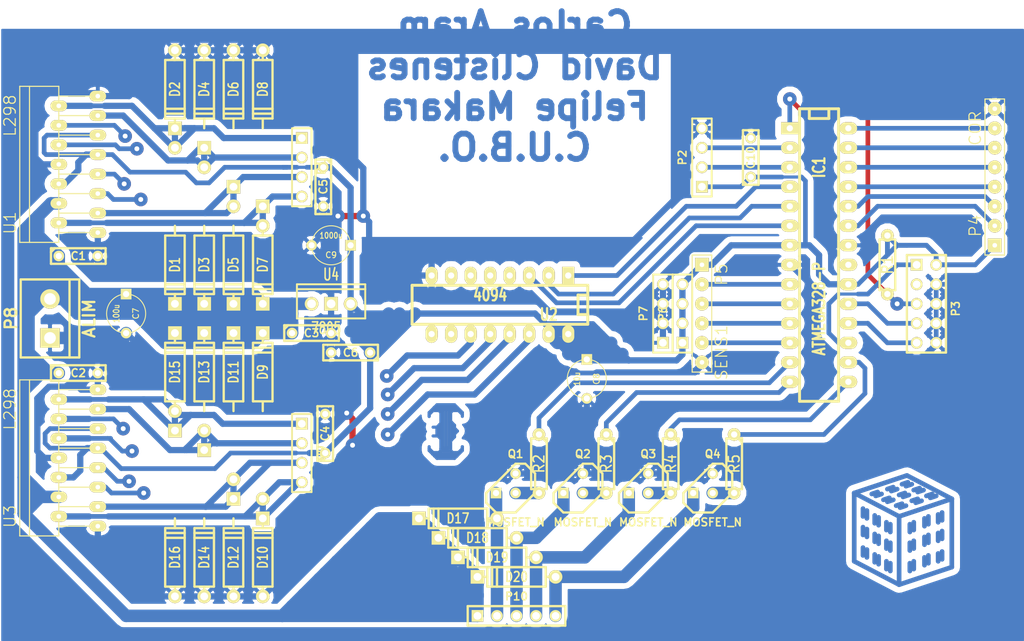
<source format=kicad_pcb>
(kicad_pcb (version 3) (host pcbnew "(2013-03-19 BZR 4004)-stable")
  (layers (15 F.Cu signal) (0 B.Cu signal))
  (net 0 "")
  (net 1 +24V)
  (net 2 GND)
  (net 3 N-000001)
  (net 4 N-0000010)
  (net 5 N-0000011)
  (net 6 N-0000012)
  (net 7 N-0000013)
  (net 8 N-0000014)
  (net 9 N-0000015)
  (net 10 N-0000016)
  (net 11 N-0000017)
  (net 12 N-0000018)
  (net 13 N-0000020)
  (net 14 N-0000021)
  (net 15 N-0000022)
  (net 16 N-0000025)
  (net 17 N-0000026)
  (net 18 N-0000027)
  (net 19 N-0000028)
  (net 20 N-0000029)
  (net 21 N-000003)
  (net 22 N-0000030)
  (net 23 N-0000031)
  (net 24 N-0000032)
  (net 25 N-0000033)
  (net 26 N-0000034)
  (net 27 N-0000035)
  (net 28 N-0000036)
  (net 29 N-0000037)
  (net 30 N-0000038)
  (net 31 N-0000039)
  (net 32 N-0000040)
  (net 33 N-0000041)
  (net 34 N-0000042)
  (net 35 N-0000043)
  (net 36 N-0000044)
  (net 37 N-0000045)
  (net 38 N-0000046)
  (net 39 N-0000047)
  (net 40 N-0000048)
  (net 41 N-0000049)
  (net 42 N-000005)
  (net 43 N-0000050)
  (net 44 N-0000051)
  (net 45 N-0000052)
  (net 46 N-0000053)
  (net 47 N-0000054)
  (net 48 N-000008)
  (net 49 N-000009)
  (net 50 VCC)
  (module R3-LARGE_PADS (layer F.Cu) (at 124.714 39.878 90)
    (fp_text reference R1)
    (fp_text value 10k hide)
    (pad 1 thru_hole circle (at -3.81 0 90) (size 1.651 1.651) (drill 0.812799) (layers *.Cu *.Mask Dessus.SilkS) (net 7 N-0000013))
    (pad 2 thru_hole circle (at 3.81 0 90) (size 1.651 1.651) (drill 0.812799) (layers *.Cu *.Mask Dessus.SilkS) (net 50 VCC))
  )
  (module bornier2 (layer F.Cu) (at 15.748 46.863 90)
    (fp_text reference P8)
    (fp_text value ALIM)
    (pad 1 thru_hole rect (at -2.54 0 90) (size 2.54 2.54) (drill 1.524) (layers *.Cu *.Mask Dessus.SilkS) (net 2 GND))
    (pad 2 thru_hole circle (at 2.54 0 90) (size 2.54 2.54) (drill 1.524) (layers *.Cu *.Mask Dessus.SilkS) (net 1 +24V))
  )
  (module C2 (layer F.Cu) (at 51.308 29.718 270)
    (fp_text reference C5)
    (fp_text value 100n hide)
    (pad 1 thru_hole circle (at -2.54 0 270) (size 1.397 1.397) (drill 0.812799) (layers *.Cu *.Mask Dessus.SilkS) (net 50 VCC))
    (pad 2 thru_hole circle (at 2.54 0 270) (size 1.397 1.397) (drill 0.812799) (layers *.Cu *.Mask Dessus.SilkS) (net 2 GND))
  )
  (module C2 (layer F.Cu) (at 51.562 61.849 90)
    (fp_text reference C4)
    (fp_text value 100n hide)
    (pad 1 thru_hole circle (at -2.54 0 90) (size 1.397 1.397) (drill 0.812799) (layers *.Cu *.Mask Dessus.SilkS) (net 50 VCC))
    (pad 2 thru_hole circle (at 2.54 0 90) (size 1.397 1.397) (drill 0.812799) (layers *.Cu *.Mask Dessus.SilkS) (net 2 GND))
  )
  (module C2 (layer F.Cu) (at 54.864 51.308 180)
    (fp_text reference C6)
    (fp_text value 100n hide)
    (pad 1 thru_hole circle (at -2.54 0 180) (size 1.397 1.397) (drill 0.812799) (layers *.Cu *.Mask Dessus.SilkS) (net 50 VCC))
    (pad 2 thru_hole circle (at 2.54 0 180) (size 1.397 1.397) (drill 0.812799) (layers *.Cu *.Mask Dessus.SilkS) (net 2 GND))
  )
  (module C2 (layer F.Cu) (at 49.784 48.768)
    (fp_text reference C3)
    (fp_text value 100n hide)
    (pad 1 thru_hole circle (at -2.54 0) (size 1.397 1.397) (drill 0.812799) (layers *.Cu *.Mask Dessus.SilkS) (net 1 +24V))
    (pad 2 thru_hole circle (at 2.54 0) (size 1.397 1.397) (drill 0.812799) (layers *.Cu *.Mask Dessus.SilkS) (net 2 GND))
  )
  (module C2 (layer F.Cu) (at 19.431 53.975)
    (fp_text reference C2)
    (fp_text value 100n hide)
    (pad 1 thru_hole circle (at -2.54 0) (size 1.397 1.397) (drill 0.812799) (layers *.Cu *.Mask Dessus.SilkS) (net 1 +24V))
    (pad 2 thru_hole circle (at 2.54 0) (size 1.397 1.397) (drill 0.812799) (layers *.Cu *.Mask Dessus.SilkS) (net 2 GND))
  )
  (module C2 (layer F.Cu) (at 19.431 38.735)
    (fp_text reference C1)
    (fp_text value 100n hide)
    (pad 1 thru_hole circle (at -2.54 0) (size 1.397 1.397) (drill 0.812799) (layers *.Cu *.Mask Dessus.SilkS) (net 1 +24V))
    (pad 2 thru_hole circle (at 2.54 0) (size 1.397 1.397) (drill 0.812799) (layers *.Cu *.Mask Dessus.SilkS) (net 2 GND))
  )
  (module CON_8 (layer F.Cu) (at 138.684 28.448 90)
    (fp_text reference P4)
    (fp_text value COR)
    (pad 1 thru_hole rect (at -8.89 0 90) (size 1.778 1.778) (drill 0.599999) (layers *.Cu *.Mask Dessus.SilkS) (net 50 VCC))
    (pad 2 thru_hole circle (at -6.35 0 90) (size 1.778 1.778) (drill 0.599999) (layers *.Cu *.Mask Dessus.SilkS) (net 20 N-0000029))
    (pad 3 thru_hole circle (at -3.81 0 90) (size 1.778 1.778) (drill 0.599999) (layers *.Cu *.Mask Dessus.SilkS) (net 22 N-0000030))
    (pad 4 thru_hole circle (at -1.27 0 90) (size 1.778 1.778) (drill 0.599999) (layers *.Cu *.Mask Dessus.SilkS) (net 23 N-0000031))
    (pad 5 thru_hole circle (at 1.27 0 90) (size 1.778 1.778) (drill 0.599999) (layers *.Cu *.Mask Dessus.SilkS) (net 24 N-0000032))
    (pad 6 thru_hole circle (at 3.81 0 90) (size 1.778 1.778) (drill 0.599999) (layers *.Cu *.Mask Dessus.SilkS) (net 19 N-0000028))
    (pad 7 thru_hole circle (at 6.35 0 90) (size 1.778 1.778) (drill 0.599999) (layers *.Cu *.Mask Dessus.SilkS) (net 25 N-0000033))
    (pad 8 thru_hole circle (at 8.89 0 90) (size 1.778 1.778) (drill 0.599999) (layers *.Cu *.Mask Dessus.SilkS) (net 2 GND))
  )
  (module DIP-16__300_ELL (layer F.Cu) (at 74.295 45.085 180)
    (fp_text reference U2)
    (fp_text value 4094)
    (pad 1 thru_hole rect (at -8.89 3.81 180) (size 1.5748 2.286) (drill 0.812799) (layers *.Cu *.Mask Dessus.SilkS) (net 36 N-0000044))
    (pad 2 thru_hole oval (at -6.35 3.81 180) (size 1.5748 2.286) (drill 0.812799) (layers *.Cu *.Mask Dessus.SilkS) (net 3 N-000001))
    (pad 3 thru_hole oval (at -3.81 3.81 180) (size 1.5748 2.286) (drill 0.812799) (layers *.Cu *.Mask Dessus.SilkS) (net 16 N-0000025))
    (pad 4 thru_hole oval (at -1.27 3.81 180) (size 1.5748 2.286) (drill 0.812799) (layers *.Cu *.Mask Dessus.SilkS) (net 17 N-0000026))
    (pad 5 thru_hole oval (at 1.27 3.81 180) (size 1.5748 2.286) (drill 0.812799) (layers *.Cu *.Mask Dessus.SilkS) (net 38 N-0000046))
    (pad 6 thru_hole oval (at 3.81 3.81 180) (size 1.5748 2.286) (drill 0.812799) (layers *.Cu *.Mask Dessus.SilkS) (net 18 N-0000027))
    (pad 7 thru_hole oval (at 6.35 3.81 180) (size 1.5748 2.286) (drill 0.812799) (layers *.Cu *.Mask Dessus.SilkS) (net 39 N-0000047))
    (pad 8 thru_hole oval (at 8.89 3.81 180) (size 1.5748 2.286) (drill 0.812799) (layers *.Cu *.Mask Dessus.SilkS) (net 2 GND))
    (pad 9 thru_hole oval (at 8.89 -3.81 180) (size 1.5748 2.286) (drill 0.812799) (layers *.Cu *.Mask Dessus.SilkS))
    (pad 10 thru_hole oval (at 6.35 -3.81 180) (size 1.5748 2.286) (drill 0.812799) (layers *.Cu *.Mask Dessus.SilkS))
    (pad 11 thru_hole oval (at 3.81 -3.81 180) (size 1.5748 2.286) (drill 0.812799) (layers *.Cu *.Mask Dessus.SilkS) (net 40 N-0000048))
    (pad 12 thru_hole oval (at 1.27 -3.81 180) (size 1.5748 2.286) (drill 0.812799) (layers *.Cu *.Mask Dessus.SilkS) (net 12 N-0000018))
    (pad 13 thru_hole oval (at -1.27 -3.81 180) (size 1.5748 2.286) (drill 0.812799) (layers *.Cu *.Mask Dessus.SilkS) (net 37 N-0000045))
    (pad 14 thru_hole oval (at -3.81 -3.81 180) (size 1.5748 2.286) (drill 0.812799) (layers *.Cu *.Mask Dessus.SilkS) (net 47 N-0000054))
    (pad 15 thru_hole oval (at -6.35 -3.81 180) (size 1.5748 2.286) (drill 0.812799) (layers *.Cu *.Mask Dessus.SilkS) (net 50 VCC))
    (pad 16 thru_hole oval (at -8.89 -3.81 180) (size 1.5748 2.286) (drill 0.812799) (layers *.Cu *.Mask Dessus.SilkS) (net 50 VCC))
  )
  (module DIP-28__300_ELL (layer F.Cu) (at 115.824 38.608 270)
    (fp_text reference IC1)
    (fp_text value ATMEGA328-P)
    (pad 2 thru_hole oval (at -13.97 3.81 270) (size 1.5748 2.286) (drill 0.812799) (layers *.Cu *.Mask Dessus.SilkS) (net 21 N-000003))
    (pad 3 thru_hole oval (at -11.43 3.81 270) (size 1.5748 2.286) (drill 0.812799) (layers *.Cu *.Mask Dessus.SilkS) (net 4 N-0000010))
    (pad 4 thru_hole oval (at -8.89 3.81 270) (size 1.5748 2.286) (drill 0.812799) (layers *.Cu *.Mask Dessus.SilkS) (net 36 N-0000044))
    (pad 5 thru_hole oval (at -6.35 3.81 270) (size 1.5748 2.286) (drill 0.812799) (layers *.Cu *.Mask Dessus.SilkS) (net 3 N-000001))
    (pad 6 thru_hole oval (at -3.81 3.81 270) (size 1.5748 2.286) (drill 0.812799) (layers *.Cu *.Mask Dessus.SilkS) (net 16 N-0000025))
    (pad 7 thru_hole oval (at -1.27 3.81 270) (size 1.5748 2.286) (drill 0.812799) (layers *.Cu *.Mask Dessus.SilkS) (net 50 VCC))
    (pad 8 thru_hole oval (at 1.27 3.81 270) (size 1.5748 2.286) (drill 0.812799) (layers *.Cu *.Mask Dessus.SilkS) (net 2 GND))
    (pad 9 thru_hole oval (at 3.81 3.81 270) (size 1.5748 2.286) (drill 0.812799) (layers *.Cu *.Mask Dessus.SilkS) (net 42 N-000005))
    (pad 10 thru_hole oval (at 6.35 3.81 270) (size 1.5748 2.286) (drill 0.812799) (layers *.Cu *.Mask Dessus.SilkS) (net 13 N-0000020))
    (pad 11 thru_hole oval (at 8.89 3.81 270) (size 1.5748 2.286) (drill 0.812799) (layers *.Cu *.Mask Dessus.SilkS) (net 14 N-0000021))
    (pad 12 thru_hole oval (at 11.43 3.81 270) (size 1.5748 2.286) (drill 0.812799) (layers *.Cu *.Mask Dessus.SilkS) (net 15 N-0000022))
    (pad 13 thru_hole oval (at 13.97 3.81 270) (size 1.5748 2.286) (drill 0.812799) (layers *.Cu *.Mask Dessus.SilkS) (net 9 N-0000015))
    (pad 14 thru_hole oval (at 16.51 3.81 270) (size 1.5748 2.286) (drill 0.812799) (layers *.Cu *.Mask Dessus.SilkS) (net 10 N-0000016))
    (pad 1 thru_hole rect (at -16.51 3.81 270) (size 1.5748 2.286) (drill 0.812799) (layers *.Cu *.Mask Dessus.SilkS) (net 7 N-0000013))
    (pad 15 thru_hole oval (at 16.51 -3.81 270) (size 1.5748 2.286) (drill 0.812799) (layers *.Cu *.Mask Dessus.SilkS) (net 6 N-0000012))
    (pad 16 thru_hole oval (at 13.97 -3.81 270) (size 1.5748 2.286) (drill 0.812799) (layers *.Cu *.Mask Dessus.SilkS) (net 8 N-0000014))
    (pad 17 thru_hole oval (at 11.43 -3.81 270) (size 1.5748 2.286) (drill 0.812799) (layers *.Cu *.Mask Dessus.SilkS) (net 11 N-0000017))
    (pad 18 thru_hole oval (at 8.89 -3.81 270) (size 1.5748 2.286) (drill 0.812799) (layers *.Cu *.Mask Dessus.SilkS) (net 49 N-000009))
    (pad 19 thru_hole oval (at 6.35 -3.81 270) (size 1.5748 2.286) (drill 0.812799) (layers *.Cu *.Mask Dessus.SilkS) (net 48 N-000008))
    (pad 20 thru_hole oval (at 3.81 -3.81 270) (size 1.5748 2.286) (drill 0.812799) (layers *.Cu *.Mask Dessus.SilkS) (net 50 VCC))
    (pad 21 thru_hole oval (at 1.27 -3.81 270) (size 1.5748 2.286) (drill 0.812799) (layers *.Cu *.Mask Dessus.SilkS))
    (pad 22 thru_hole oval (at -1.27 -3.81 270) (size 1.5748 2.286) (drill 0.812799) (layers *.Cu *.Mask Dessus.SilkS) (net 2 GND))
    (pad 23 thru_hole oval (at -3.81 -3.81 270) (size 1.5748 2.286) (drill 0.812799) (layers *.Cu *.Mask Dessus.SilkS) (net 20 N-0000029))
    (pad 24 thru_hole oval (at -6.35 -3.81 270) (size 1.5748 2.286) (drill 0.812799) (layers *.Cu *.Mask Dessus.SilkS) (net 22 N-0000030))
    (pad 25 thru_hole oval (at -8.89 -3.81 270) (size 1.5748 2.286) (drill 0.812799) (layers *.Cu *.Mask Dessus.SilkS) (net 23 N-0000031))
    (pad 26 thru_hole oval (at -11.43 -3.81 270) (size 1.5748 2.286) (drill 0.812799) (layers *.Cu *.Mask Dessus.SilkS) (net 24 N-0000032))
    (pad 27 thru_hole oval (at -13.97 -3.81 270) (size 1.5748 2.286) (drill 0.812799) (layers *.Cu *.Mask Dessus.SilkS) (net 19 N-0000028))
    (pad 28 thru_hole oval (at -16.51 -3.81 270) (size 1.5748 2.286) (drill 0.812799) (layers *.Cu *.Mask Dessus.SilkS) (net 25 N-0000033))
  )
  (module L298 (layer F.Cu) (at 16.891 26.797 90)
    (fp_text reference U1)
    (fp_text value L298)
    (pad 1 thru_hole oval (at -8.89 5.08 90) (size 1.397 2.159) (drill 0.599998) (layers *.Cu *.Mask Dessus.SilkS) (net 2 GND))
    (pad 2 thru_hole oval (at -7.62 0 90) (size 1.397 2.159) (drill 0.599998) (layers *.Cu *.Mask Dessus.SilkS) (net 34 N-0000042))
    (pad 3 thru_hole oval (at -6.35 5.08 90) (size 1.397 2.159) (drill 0.599998) (layers *.Cu *.Mask Dessus.SilkS) (net 45 N-0000052))
    (pad 4 thru_hole oval (at -5.08 0 90) (size 1.397 2.159) (drill 0.599998) (layers *.Cu *.Mask Dessus.SilkS) (net 1 +24V))
    (pad 5 thru_hole oval (at -3.81 5.08 90) (size 1.397 2.159) (drill 0.599998) (layers *.Cu *.Mask Dessus.SilkS) (net 39 N-0000047))
    (pad 6 thru_hole oval (at -2.54 0 90) (size 1.397 2.159) (drill 0.599998) (layers *.Cu *.Mask Dessus.SilkS) (net 50 VCC))
    (pad 7 thru_hole oval (at -1.27 5.08 90) (size 1.397 2.159) (drill 0.599998) (layers *.Cu *.Mask Dessus.SilkS) (net 18 N-0000027))
    (pad 8 thru_hole oval (at 0 0 90) (size 1.397 2.159) (drill 0.599998) (layers *.Cu *.Mask Dessus.SilkS) (net 2 GND))
    (pad 9 thru_hole oval (at 1.27 5.08 90) (size 1.397 2.159) (drill 0.599998) (layers *.Cu *.Mask Dessus.SilkS) (net 50 VCC))
    (pad 10 thru_hole oval (at 2.54 0 90) (size 1.397 2.159) (drill 0.599998) (layers *.Cu *.Mask Dessus.SilkS) (net 38 N-0000046))
    (pad 11 thru_hole oval (at 3.81 5.08 90) (size 1.397 2.159) (drill 0.599998) (layers *.Cu *.Mask Dessus.SilkS) (net 50 VCC))
    (pad 12 thru_hole oval (at 5.08 0 90) (size 1.397 2.159) (drill 0.599998) (layers *.Cu *.Mask Dessus.SilkS) (net 17 N-0000026))
    (pad 13 thru_hole oval (at 6.35 5.08 90) (size 1.397 2.159) (drill 0.599998) (layers *.Cu *.Mask Dessus.SilkS) (net 33 N-0000041))
    (pad 14 thru_hole oval (at 7.62 0 90) (size 1.397 2.159) (drill 0.599998) (layers *.Cu *.Mask Dessus.SilkS) (net 44 N-0000051))
    (pad 15 thru_hole oval (at 8.89 5.08 90) (size 1.397 2.159) (drill 0.599998) (layers *.Cu *.Mask Dessus.SilkS) (net 2 GND))
  )
  (module LM78XXV (layer F.Cu) (at 52.324 44.958 90)
    (fp_text reference U4)
    (fp_text value 7805)
    (pad VI thru_hole circle (at 0 -2.54 90) (size 1.778 1.778) (drill 1.143) (layers *.Cu *.Mask Dessus.SilkS) (net 1 +24V))
    (pad GND thru_hole rect (at 0 0 90) (size 1.778 1.778) (drill 1.143) (layers *.Cu *.Mask Dessus.SilkS) (net 2 GND))
    (pad VO thru_hole circle (at 0 2.54 90) (size 1.778 1.778) (drill 1.143) (layers *.Cu *.Mask Dessus.SilkS) (net 50 VCC))
  )
  (module PIN_6 (layer F.Cu) (at 100.584 46.228 270)
    (fp_text reference P5)
    (fp_text value SENS1)
    (pad 1 thru_hole rect (at -6.35 0 270) (size 1.778 1.778) (drill 0.599999) (layers *.Cu *.Mask Dessus.SilkS) (net 50 VCC))
    (pad 2 thru_hole circle (at -3.81 0 270) (size 1.778 1.778) (drill 0.599999) (layers *.Cu *.Mask Dessus.SilkS) (net 42 N-000005))
    (pad 3 thru_hole circle (at -1.27 0 270) (size 1.778 1.778) (drill 0.599999) (layers *.Cu *.Mask Dessus.SilkS) (net 13 N-0000020))
    (pad 4 thru_hole circle (at 1.27 0 270) (size 1.778 1.778) (drill 0.599999) (layers *.Cu *.Mask Dessus.SilkS) (net 14 N-0000021))
    (pad 5 thru_hole circle (at 3.81 0 270) (size 1.778 1.778) (drill 0.599999) (layers *.Cu *.Mask Dessus.SilkS) (net 15 N-0000022))
    (pad 6 thru_hole circle (at 6.35 0 270) (size 1.778 1.778) (drill 0.599999) (layers *.Cu *.Mask Dessus.SilkS) (net 2 GND))
  )
  (module PIN_ARRAY_4x1 (layer F.Cu) (at 48.514 64.389 270)
    (fp_text reference P9)
    (fp_text value PASSO3 hide)
    (pad 1 thru_hole rect (at -3.81 0 270) (size 1.524 1.524) (drill 1.016) (layers *.Cu *.Mask Dessus.SilkS) (net 32 N-0000040))
    (pad 2 thru_hole circle (at -1.27 0 270) (size 1.524 1.524) (drill 1.016) (layers *.Cu *.Mask Dessus.SilkS) (net 46 N-0000053))
    (pad 3 thru_hole circle (at 1.27 0 270) (size 1.524 1.524) (drill 1.016) (layers *.Cu *.Mask Dessus.SilkS) (net 41 N-0000049))
    (pad 4 thru_hole circle (at 3.81 0 270) (size 1.524 1.524) (drill 1.016) (layers *.Cu *.Mask Dessus.SilkS) (net 43 N-0000050))
  )
  (module PIN_ARRAY_4x1 (layer F.Cu) (at 48.514 27.178 270)
    (fp_text reference P1)
    (fp_text value PASSO2 hide)
    (pad 1 thru_hole rect (at -3.81 0 270) (size 1.524 1.524) (drill 1.016) (layers *.Cu *.Mask Dessus.SilkS) (net 44 N-0000051))
    (pad 2 thru_hole circle (at -1.27 0 270) (size 1.524 1.524) (drill 1.016) (layers *.Cu *.Mask Dessus.SilkS) (net 33 N-0000041))
    (pad 3 thru_hole circle (at 1.27 0 270) (size 1.524 1.524) (drill 1.016) (layers *.Cu *.Mask Dessus.SilkS) (net 45 N-0000052))
    (pad 4 thru_hole circle (at 3.81 0 270) (size 1.524 1.524) (drill 1.016) (layers *.Cu *.Mask Dessus.SilkS) (net 34 N-0000042))
  )
  (module PIN_ARRAY_4x1 (layer F.Cu) (at 98.044 46.228 90)
    (fp_text reference P6)
    (fp_text value SENS2 hide)
    (pad 1 thru_hole rect (at -3.81 0 90) (size 1.524 1.524) (drill 1.016) (layers *.Cu *.Mask Dessus.SilkS) (net 50 VCC))
    (pad 2 thru_hole circle (at -1.27 0 90) (size 1.524 1.524) (drill 1.016) (layers *.Cu *.Mask Dessus.SilkS) (net 50 VCC))
    (pad 3 thru_hole circle (at 1.27 0 90) (size 1.524 1.524) (drill 1.016) (layers *.Cu *.Mask Dessus.SilkS) (net 50 VCC))
    (pad 4 thru_hole circle (at 3.81 0 90) (size 1.524 1.524) (drill 1.016) (layers *.Cu *.Mask Dessus.SilkS) (net 50 VCC))
  )
  (module PIN_ARRAY_4x1 (layer F.Cu) (at 95.504 46.228 90)
    (fp_text reference P7)
    (fp_text value SENS3 hide)
    (pad 1 thru_hole rect (at -3.81 0 90) (size 1.524 1.524) (drill 1.016) (layers *.Cu *.Mask Dessus.SilkS) (net 2 GND))
    (pad 2 thru_hole circle (at -1.27 0 90) (size 1.524 1.524) (drill 1.016) (layers *.Cu *.Mask Dessus.SilkS) (net 2 GND))
    (pad 3 thru_hole circle (at 1.27 0 90) (size 1.524 1.524) (drill 1.016) (layers *.Cu *.Mask Dessus.SilkS) (net 2 GND))
    (pad 4 thru_hole circle (at 3.81 0 90) (size 1.524 1.524) (drill 1.016) (layers *.Cu *.Mask Dessus.SilkS) (net 2 GND))
  )
  (module PIN_ARRAY_4x1 (layer F.Cu) (at 100.584 25.908 90)
    (fp_text reference P2)
    (fp_text value COMM hide)
    (pad 1 thru_hole rect (at -3.81 0 90) (size 1.524 1.524) (drill 1.016) (layers *.Cu *.Mask Dessus.SilkS) (net 50 VCC))
    (pad 2 thru_hole circle (at -1.27 0 90) (size 1.524 1.524) (drill 1.016) (layers *.Cu *.Mask Dessus.SilkS) (net 4 N-0000010))
    (pad 3 thru_hole circle (at 1.27 0 90) (size 1.524 1.524) (drill 1.016) (layers *.Cu *.Mask Dessus.SilkS) (net 21 N-000003))
    (pad 4 thru_hole circle (at 3.81 0 90) (size 1.524 1.524) (drill 1.016) (layers *.Cu *.Mask Dessus.SilkS) (net 2 GND))
  )
  (module PIN_ARRAY_5x1 (layer F.Cu) (at 76.454 85.598)
    (fp_text reference P10)
    (fp_text value PASSO1 hide)
    (pad 1 thru_hole rect (at -5.08 0) (size 1.524 1.524) (drill 1.016) (layers *.Cu *.Mask Dessus.SilkS) (net 1 +24V))
    (pad 2 thru_hole circle (at -2.54 0) (size 1.524 1.524) (drill 1.016) (layers *.Cu *.Mask Dessus.SilkS) (net 31 N-0000039))
    (pad 3 thru_hole circle (at 0 0) (size 1.524 1.524) (drill 1.016) (layers *.Cu *.Mask Dessus.SilkS) (net 28 N-0000036))
    (pad 4 thru_hole circle (at 2.54 0) (size 1.524 1.524) (drill 1.016) (layers *.Cu *.Mask Dessus.SilkS) (net 27 N-0000035))
    (pad 5 thru_hole circle (at 5.08 0) (size 1.524 1.524) (drill 1.016) (layers *.Cu *.Mask Dessus.SilkS) (net 35 N-0000043))
  )
  (module PIN_ARRAY_5x2 (layer F.Cu) (at 129.794 44.958 270)
    (fp_text reference P3)
    (fp_text value AVRISP hide)
    (pad 1 thru_hole rect (at -5.08 1.27 270) (size 1.524 1.524) (drill 1.016) (layers *.Cu *.Mask Dessus.SilkS) (net 11 N-0000017))
    (pad 2 thru_hole circle (at -5.08 -1.27 270) (size 1.524 1.524) (drill 1.016) (layers *.Cu *.Mask Dessus.SilkS) (net 50 VCC))
    (pad 3 thru_hole circle (at -2.54 1.27 270) (size 1.524 1.524) (drill 1.016) (layers *.Cu *.Mask Dessus.SilkS))
    (pad 4 thru_hole circle (at -2.54 -1.27 270) (size 1.524 1.524) (drill 1.016) (layers *.Cu *.Mask Dessus.SilkS) (net 2 GND))
    (pad 5 thru_hole circle (at 0 1.27 270) (size 1.524 1.524) (drill 1.016) (layers *.Cu *.Mask Dessus.SilkS) (net 7 N-0000013))
    (pad 6 thru_hole circle (at 0 -1.27 270) (size 1.524 1.524) (drill 1.016) (layers *.Cu *.Mask Dessus.SilkS) (net 2 GND))
    (pad 7 thru_hole circle (at 2.54 1.27 270) (size 1.524 1.524) (drill 1.016) (layers *.Cu *.Mask Dessus.SilkS) (net 48 N-000008))
    (pad 8 thru_hole circle (at 2.54 -1.27 270) (size 1.524 1.524) (drill 1.016) (layers *.Cu *.Mask Dessus.SilkS) (net 2 GND))
    (pad 9 thru_hole circle (at 5.08 1.27 270) (size 1.524 1.524) (drill 1.016) (layers *.Cu *.Mask Dessus.SilkS) (net 49 N-000009))
    (pad 10 thru_hole circle (at 5.08 -1.27 270) (size 1.524 1.524) (drill 1.016) (layers *.Cu *.Mask Dessus.SilkS) (net 2 GND))
  )
  (module TO92DGS (layer F.Cu) (at 100.711 68.326 180)
    (fp_text reference Q4)
    (fp_text value MOSFET_N)
    (pad D thru_hole rect (at 1.27 -1.27 180) (size 1.397 1.397) (drill 0.812799) (layers *.Cu *.Mask Dessus.SilkS) (net 35 N-0000043))
    (pad G thru_hole circle (at -1.27 -1.27 180) (size 1.397 1.397) (drill 0.812799) (layers *.Cu *.Mask Dessus.SilkS) (net 26 N-0000034))
    (pad S thru_hole circle (at -1.27 1.27 180) (size 1.397 1.397) (drill 0.812799) (layers *.Cu *.Mask Dessus.SilkS) (net 2 GND))
  )
  (module TO92DGS (layer F.Cu) (at 92.329 68.326 180)
    (fp_text reference Q3)
    (fp_text value MOSFET_N)
    (pad D thru_hole rect (at 1.27 -1.27 180) (size 1.397 1.397) (drill 0.812799) (layers *.Cu *.Mask Dessus.SilkS) (net 27 N-0000035))
    (pad G thru_hole circle (at -1.27 -1.27 180) (size 1.397 1.397) (drill 0.812799) (layers *.Cu *.Mask Dessus.SilkS) (net 5 N-0000011))
    (pad S thru_hole circle (at -1.27 1.27 180) (size 1.397 1.397) (drill 0.812799) (layers *.Cu *.Mask Dessus.SilkS) (net 2 GND))
  )
  (module TO92DGS (layer F.Cu) (at 83.82 68.326 180)
    (fp_text reference Q2)
    (fp_text value MOSFET_N)
    (pad D thru_hole rect (at 1.27 -1.27 180) (size 1.397 1.397) (drill 0.812799) (layers *.Cu *.Mask Dessus.SilkS) (net 28 N-0000036))
    (pad G thru_hole circle (at -1.27 -1.27 180) (size 1.397 1.397) (drill 0.812799) (layers *.Cu *.Mask Dessus.SilkS) (net 29 N-0000037))
    (pad S thru_hole circle (at -1.27 1.27 180) (size 1.397 1.397) (drill 0.812799) (layers *.Cu *.Mask Dessus.SilkS) (net 2 GND))
  )
  (module TO92DGS (layer F.Cu) (at 75.057 68.326 180)
    (fp_text reference Q1)
    (fp_text value MOSFET_N)
    (pad D thru_hole rect (at 1.27 -1.27 180) (size 1.397 1.397) (drill 0.812799) (layers *.Cu *.Mask Dessus.SilkS) (net 31 N-0000039))
    (pad G thru_hole circle (at -1.27 -1.27 180) (size 1.397 1.397) (drill 0.812799) (layers *.Cu *.Mask Dessus.SilkS) (net 30 N-0000038))
    (pad S thru_hole circle (at -1.27 1.27 180) (size 1.397 1.397) (drill 0.812799) (layers *.Cu *.Mask Dessus.SilkS) (net 2 GND))
  )
  (module L298 (layer F.Cu) (at 16.891 65.024 90)
    (fp_text reference U3)
    (fp_text value L298)
    (pad 1 thru_hole oval (at -8.89 5.08 90) (size 1.397 2.159) (drill 0.599998) (layers *.Cu *.Mask Dessus.SilkS) (net 2 GND))
    (pad 2 thru_hole oval (at -7.62 0 90) (size 1.397 2.159) (drill 0.599998) (layers *.Cu *.Mask Dessus.SilkS) (net 43 N-0000050))
    (pad 3 thru_hole oval (at -6.35 5.08 90) (size 1.397 2.159) (drill 0.599998) (layers *.Cu *.Mask Dessus.SilkS) (net 41 N-0000049))
    (pad 4 thru_hole oval (at -5.08 0 90) (size 1.397 2.159) (drill 0.599998) (layers *.Cu *.Mask Dessus.SilkS) (net 1 +24V))
    (pad 5 thru_hole oval (at -3.81 5.08 90) (size 1.397 2.159) (drill 0.599998) (layers *.Cu *.Mask Dessus.SilkS) (net 47 N-0000054))
    (pad 6 thru_hole oval (at -2.54 0 90) (size 1.397 2.159) (drill 0.599998) (layers *.Cu *.Mask Dessus.SilkS) (net 50 VCC))
    (pad 7 thru_hole oval (at -1.27 5.08 90) (size 1.397 2.159) (drill 0.599998) (layers *.Cu *.Mask Dessus.SilkS) (net 37 N-0000045))
    (pad 8 thru_hole oval (at 0 0 90) (size 1.397 2.159) (drill 0.599998) (layers *.Cu *.Mask Dessus.SilkS) (net 2 GND))
    (pad 9 thru_hole oval (at 1.27 5.08 90) (size 1.397 2.159) (drill 0.599998) (layers *.Cu *.Mask Dessus.SilkS) (net 50 VCC))
    (pad 10 thru_hole oval (at 2.54 0 90) (size 1.397 2.159) (drill 0.599998) (layers *.Cu *.Mask Dessus.SilkS) (net 12 N-0000018))
    (pad 11 thru_hole oval (at 3.81 5.08 90) (size 1.397 2.159) (drill 0.599998) (layers *.Cu *.Mask Dessus.SilkS) (net 50 VCC))
    (pad 12 thru_hole oval (at 5.08 0 90) (size 1.397 2.159) (drill 0.599998) (layers *.Cu *.Mask Dessus.SilkS) (net 40 N-0000048))
    (pad 13 thru_hole oval (at 6.35 5.08 90) (size 1.397 2.159) (drill 0.599998) (layers *.Cu *.Mask Dessus.SilkS) (net 46 N-0000053))
    (pad 14 thru_hole oval (at 7.62 0 90) (size 1.397 2.159) (drill 0.599998) (layers *.Cu *.Mask Dessus.SilkS) (net 32 N-0000040))
    (pad 15 thru_hole oval (at 8.89 5.08 90) (size 1.397 2.159) (drill 0.599998) (layers *.Cu *.Mask Dessus.SilkS) (net 2 GND))
  )
  (module R3-LARGE_PADS (layer F.Cu) (at 79.375 65.786 270)
    (fp_text reference R2)
    (fp_text value R hide)
    (pad 1 thru_hole circle (at -3.81 0 270) (size 1.651 1.651) (drill 0.812799) (layers *.Cu *.Mask Dessus.SilkS) (net 9 N-0000015))
    (pad 2 thru_hole circle (at 3.81 0 270) (size 1.651 1.651) (drill 0.812799) (layers *.Cu *.Mask Dessus.SilkS) (net 30 N-0000038))
  )
  (module R3-LARGE_PADS (layer F.Cu) (at 88.138 65.786 270)
    (fp_text reference R3)
    (fp_text value R hide)
    (pad 1 thru_hole circle (at -3.81 0 270) (size 1.651 1.651) (drill 0.812799) (layers *.Cu *.Mask Dessus.SilkS) (net 10 N-0000016))
    (pad 2 thru_hole circle (at 3.81 0 270) (size 1.651 1.651) (drill 0.812799) (layers *.Cu *.Mask Dessus.SilkS) (net 29 N-0000037))
  )
  (module R3-LARGE_PADS (layer F.Cu) (at 96.52 65.786 270)
    (fp_text reference R4)
    (fp_text value R hide)
    (pad 1 thru_hole circle (at -3.81 0 270) (size 1.651 1.651) (drill 0.812799) (layers *.Cu *.Mask Dessus.SilkS) (net 6 N-0000012))
    (pad 2 thru_hole circle (at 3.81 0 270) (size 1.651 1.651) (drill 0.812799) (layers *.Cu *.Mask Dessus.SilkS) (net 5 N-0000011))
  )
  (module R3-LARGE_PADS (layer F.Cu) (at 104.775 65.786 270)
    (fp_text reference R5)
    (fp_text value R hide)
    (pad 1 thru_hole circle (at -3.81 0 270) (size 1.651 1.651) (drill 0.812799) (layers *.Cu *.Mask Dessus.SilkS) (net 8 N-0000014))
    (pad 2 thru_hole circle (at 3.81 0 270) (size 1.651 1.651) (drill 0.812799) (layers *.Cu *.Mask Dessus.SilkS) (net 26 N-0000034))
  )
  (module D4 (layer F.Cu) (at 39.624 39.878 270)
    (fp_text reference D5)
    (fp_text value DIODE hide)
    (pad 1 thru_hole circle (at -7.62 0 270) (size 1.778 1.778) (drill 1.016) (layers *.Cu *.Mask Dessus.SilkS) (net 45 N-0000052))
    (pad 2 thru_hole rect (at 5.08 0 270) (size 1.778 1.778) (drill 1.016) (layers *.Cu *.Mask Dessus.SilkS) (net 1 +24V))
  )
  (module D4 (layer F.Cu) (at 32.004 53.848 90)
    (fp_text reference D15)
    (fp_text value DIODE hide)
    (pad 1 thru_hole circle (at -5.08 0 90) (size 1.778 1.778) (drill 1.016) (layers *.Cu *.Mask Dessus.SilkS) (net 32 N-0000040))
    (pad 2 thru_hole rect (at 5.08 0 90) (size 1.778 1.778) (drill 1.016) (layers *.Cu *.Mask Dessus.SilkS) (net 1 +24V))
  )
  (module D4 (layer F.Cu) (at 35.814 53.848 90)
    (fp_text reference D13)
    (fp_text value DIODE hide)
    (pad 1 thru_hole circle (at -7.62 0 90) (size 1.778 1.778) (drill 1.016) (layers *.Cu *.Mask Dessus.SilkS) (net 46 N-0000053))
    (pad 2 thru_hole rect (at 5.08 0 90) (size 1.778 1.778) (drill 1.016) (layers *.Cu *.Mask Dessus.SilkS) (net 1 +24V))
  )
  (module D4 (layer F.Cu) (at 39.624 53.848 90)
    (fp_text reference D11)
    (fp_text value DIODE hide)
    (pad 1 thru_hole circle (at -13.97 0 90) (size 1.778 1.778) (drill 1.016) (layers *.Cu *.Mask Dessus.SilkS) (net 41 N-0000049))
    (pad 2 thru_hole rect (at 5.08 0 90) (size 1.778 1.778) (drill 1.016) (layers *.Cu *.Mask Dessus.SilkS) (net 1 +24V))
  )
  (module D4 (layer F.Cu) (at 43.434 53.848 90)
    (fp_text reference D9)
    (fp_text value DIODE hide)
    (pad 1 thru_hole circle (at -16.51 0 90) (size 1.778 1.778) (drill 1.016) (layers *.Cu *.Mask Dessus.SilkS) (net 43 N-0000050))
    (pad 2 thru_hole rect (at 5.08 0 90) (size 1.778 1.778) (drill 1.016) (layers *.Cu *.Mask Dessus.SilkS) (net 1 +24V))
  )
  (module D4 (layer F.Cu) (at 32.004 77.978 90)
    (fp_text reference D16)
    (fp_text value DIODE hide)
    (pad 1 thru_hole circle (at -5.08 0 90) (size 1.778 1.778) (drill 1.016) (layers *.Cu *.Mask Dessus.SilkS) (net 2 GND))
    (pad 2 thru_hole rect (at 16.51 0 90) (size 1.778 1.778) (drill 1.016) (layers *.Cu *.Mask Dessus.SilkS) (net 32 N-0000040))
  )
  (module D4 (layer F.Cu) (at 35.814 77.978 90)
    (fp_text reference D14)
    (fp_text value DIODE hide)
    (pad 1 thru_hole circle (at -5.08 0 90) (size 1.778 1.778) (drill 1.016) (layers *.Cu *.Mask Dessus.SilkS) (net 2 GND))
    (pad 2 thru_hole rect (at 13.97 0 90) (size 1.778 1.778) (drill 1.016) (layers *.Cu *.Mask Dessus.SilkS) (net 46 N-0000053))
  )
  (module D4 (layer F.Cu) (at 39.624 77.978 90)
    (fp_text reference D12)
    (fp_text value DIODE hide)
    (pad 1 thru_hole circle (at -5.08 0 90) (size 1.778 1.778) (drill 1.016) (layers *.Cu *.Mask Dessus.SilkS) (net 2 GND))
    (pad 2 thru_hole rect (at 7.62 0 90) (size 1.778 1.778) (drill 1.016) (layers *.Cu *.Mask Dessus.SilkS) (net 41 N-0000049))
  )
  (module D4 (layer F.Cu) (at 43.434 77.978 90)
    (fp_text reference D10)
    (fp_text value DIODE hide)
    (pad 1 thru_hole circle (at -5.08 0 90) (size 1.778 1.778) (drill 1.016) (layers *.Cu *.Mask Dessus.SilkS) (net 2 GND))
    (pad 2 thru_hole rect (at 5.08 0 90) (size 1.778 1.778) (drill 1.016) (layers *.Cu *.Mask Dessus.SilkS) (net 43 N-0000050))
  )
  (module D4 (layer F.Cu) (at 43.434 39.878 270)
    (fp_text reference D7)
    (fp_text value DIODE hide)
    (pad 1 thru_hole circle (at -5.08 0 270) (size 1.778 1.778) (drill 1.016) (layers *.Cu *.Mask Dessus.SilkS) (net 34 N-0000042))
    (pad 2 thru_hole rect (at 5.08 0 270) (size 1.778 1.778) (drill 1.016) (layers *.Cu *.Mask Dessus.SilkS) (net 1 +24V))
  )
  (module D4 (layer F.Cu) (at 35.814 39.878 270)
    (fp_text reference D3)
    (fp_text value DIODE hide)
    (pad 1 thru_hole circle (at -12.7 0 270) (size 1.778 1.778) (drill 1.016) (layers *.Cu *.Mask Dessus.SilkS) (net 33 N-0000041))
    (pad 2 thru_hole rect (at 5.08 0 270) (size 1.778 1.778) (drill 1.016) (layers *.Cu *.Mask Dessus.SilkS) (net 1 +24V))
  )
  (module D4 (layer F.Cu) (at 32.004 39.878 270)
    (fp_text reference D1)
    (fp_text value DIODE hide)
    (pad 1 thru_hole circle (at -15.24 0 270) (size 1.778 1.778) (drill 1.016) (layers *.Cu *.Mask Dessus.SilkS) (net 44 N-0000051))
    (pad 2 thru_hole rect (at 5.08 0 270) (size 1.778 1.778) (drill 1.016) (layers *.Cu *.Mask Dessus.SilkS) (net 1 +24V))
  )
  (module D4 (layer F.Cu) (at 43.434 17.018 270)
    (fp_text reference D8)
    (fp_text value DIODE hide)
    (pad 1 thru_hole circle (at -5.08 0 270) (size 1.778 1.778) (drill 1.016) (layers *.Cu *.Mask Dessus.SilkS) (net 2 GND))
    (pad 2 thru_hole rect (at 15.24 0 270) (size 1.778 1.778) (drill 1.016) (layers *.Cu *.Mask Dessus.SilkS) (net 34 N-0000042))
  )
  (module D4 (layer F.Cu) (at 39.624 17.018 270)
    (fp_text reference D6)
    (fp_text value DIODE hide)
    (pad 1 thru_hole circle (at -5.08 0 270) (size 1.778 1.778) (drill 1.016) (layers *.Cu *.Mask Dessus.SilkS) (net 2 GND))
    (pad 2 thru_hole rect (at 12.7 0 270) (size 1.778 1.778) (drill 1.016) (layers *.Cu *.Mask Dessus.SilkS) (net 45 N-0000052))
  )
  (module D4 (layer F.Cu) (at 35.814 17.018 270)
    (fp_text reference D4)
    (fp_text value DIODE hide)
    (pad 1 thru_hole circle (at -5.08 0 270) (size 1.778 1.778) (drill 1.016) (layers *.Cu *.Mask Dessus.SilkS) (net 2 GND))
    (pad 2 thru_hole rect (at 7.62 0 270) (size 1.778 1.778) (drill 1.016) (layers *.Cu *.Mask Dessus.SilkS) (net 33 N-0000041))
  )
  (module D4 (layer F.Cu) (at 32.004 17.018 270)
    (fp_text reference D2)
    (fp_text value DIODE hide)
    (pad 1 thru_hole circle (at -5.08 0 270) (size 1.778 1.778) (drill 1.016) (layers *.Cu *.Mask Dessus.SilkS) (net 2 GND))
    (pad 2 thru_hole rect (at 5.08 0 270) (size 1.778 1.778) (drill 1.016) (layers *.Cu *.Mask Dessus.SilkS) (net 44 N-0000051))
  )
  (module C2 (layer F.Cu) (at 106.934 25.908 90)
    (fp_text reference C10)
    (fp_text value 100n hide)
    (pad 1 thru_hole circle (at -2.54 0 90) (size 1.397 1.397) (drill 0.8128) (layers *.Cu *.Mask Dessus.SilkS) (net 50 VCC))
    (pad 2 thru_hole circle (at 2.54 0 90) (size 1.397 1.397) (drill 0.8128) (layers *.Cu *.Mask Dessus.SilkS) (net 2 GND))
  )
  (module C1V5 (layer F.Cu) (at 25.654 46.228 270)
    (fp_text reference C7)
    (fp_text value 100u)
    (pad 1 thru_hole rect (at -2.54 0 270) (size 1.397 1.397) (drill 0.8128) (layers *.Cu *.Mask Dessus.SilkS) (net 1 +24V))
    (pad 2 thru_hole circle (at 2.54 0 270) (size 1.397 1.397) (drill 0.8128) (layers *.Cu *.Mask Dessus.SilkS) (net 2 GND))
  )
  (module C1V5 (layer F.Cu) (at 52.324 37.338 180)
    (fp_text reference C9)
    (fp_text value 1000u)
    (pad 1 thru_hole rect (at -2.54 0 180) (size 1.397 1.397) (drill 0.8128) (layers *.Cu *.Mask Dessus.SilkS) (net 50 VCC))
    (pad 2 thru_hole circle (at 2.54 0 180) (size 1.397 1.397) (drill 0.8128) (layers *.Cu *.Mask Dessus.SilkS) (net 2 GND))
  )
  (module C1V5 (layer F.Cu) (at 85.598 54.737 270)
    (fp_text reference C8)
    (fp_text value 10u)
    (pad 1 thru_hole rect (at -2.54 0 270) (size 1.397 1.397) (drill 0.8128) (layers *.Cu *.Mask Dessus.SilkS) (net 50 VCC))
    (pad 2 thru_hole circle (at 2.54 0 270) (size 1.397 1.397) (drill 0.8128) (layers *.Cu *.Mask Dessus.SilkS) (net 2 GND))
  )
  (module D4 (layer F.Cu) (at 76.454 80.518 180)
    (fp_text reference D20)
    (fp_text value DIODE hide)
    (pad 1 thru_hole circle (at -5.08 0 180) (size 1.778 1.778) (drill 1.016) (layers *.Cu *.Mask Dessus.SilkS) (net 35 N-0000043))
    (pad 2 thru_hole rect (at 5.08 0 180) (size 1.778 1.778) (drill 1.016) (layers *.Cu *.Mask Dessus.SilkS) (net 1 +24V))
  )
  (module D4 (layer F.Cu) (at 73.914 77.978 180)
    (fp_text reference D19)
    (fp_text value DIODE hide)
    (pad 1 thru_hole circle (at -5.08 0 180) (size 1.778 1.778) (drill 1.016) (layers *.Cu *.Mask Dessus.SilkS) (net 27 N-0000035))
    (pad 2 thru_hole rect (at 5.08 0 180) (size 1.778 1.778) (drill 1.016) (layers *.Cu *.Mask Dessus.SilkS) (net 1 +24V))
  )
  (module D4 (layer F.Cu) (at 71.374 75.438 180)
    (fp_text reference D18)
    (fp_text value DIODE hide)
    (pad 1 thru_hole circle (at -5.08 0 180) (size 1.778 1.778) (drill 1.016) (layers *.Cu *.Mask Dessus.SilkS) (net 28 N-0000036))
    (pad 2 thru_hole rect (at 5.08 0 180) (size 1.778 1.778) (drill 1.016) (layers *.Cu *.Mask Dessus.SilkS) (net 1 +24V))
  )
  (module D4 (layer F.Cu) (at 68.834 72.898 180)
    (fp_text reference D17)
    (fp_text value DIODE hide)
    (pad 1 thru_hole circle (at -5.08 0 180) (size 1.778 1.778) (drill 1.016) (layers *.Cu *.Mask Dessus.SilkS) (net 31 N-0000039))
    (pad 2 thru_hole rect (at 5.08 0 180) (size 1.778 1.778) (drill 1.016) (layers *.Cu *.Mask Dessus.SilkS) (net 1 +24V))
  )
  (gr_text "Carlos Aram\nDavid Clistenes\nFelipe Makara\nC.U.B.O." (at 76.2 16.637) (layer B.Cu) (effects (font (size 3.302 3.302) (thickness 0.762)) (justify mirror)))
  (segment (start 124.714 69.088) (end 125.476 68.834) (width 0.6096) (layer B.Cu) (net 0))
  (segment (start 125.222 69.342) (end 125.984 69.088) (width 0.6096) (layer B.Cu) (net 0))
  (segment (start 126.746 70.104) (end 127.508 69.85) (width 0.6096) (layer B.Cu) (net 0))
  (segment (start 126.238 69.85) (end 127 69.596) (width 0.6096) (layer B.Cu) (net 0))
  (segment (start 127.889 70.612) (end 128.651 70.358) (width 0.6096) (layer B.Cu) (net 0))
  (segment (start 128.397 70.866) (end 129.159 70.612) (width 0.6096) (layer B.Cu) (net 0))
  (segment (start 130.302 70.231) (end 131.064 69.977) (width 0.6096) (layer B.Cu) (net 0))
  (segment (start 129.794 69.977) (end 130.556 69.723) (width 0.6096) (layer B.Cu) (net 0))
  (segment (start 128.143 69.215) (end 128.905 68.961) (width 0.6096) (layer B.Cu) (net 0))
  (segment (start 128.651 69.469) (end 129.413 69.215) (width 0.6096) (layer B.Cu) (net 0))
  (segment (start 127.127 68.707) (end 127.889 68.453) (width 0.6096) (layer B.Cu) (net 0))
  (segment (start 126.619 68.453) (end 127.381 68.199) (width 0.6096) (layer B.Cu) (net 0))
  (segment (start 122.682 69.723) (end 123.444 69.469) (width 0.6096) (layer B.Cu) (net 0))
  (segment (start 123.19 69.977) (end 123.952 69.723) (width 0.6096) (layer B.Cu) (net 0))
  (segment (start 124.714 70.739) (end 125.476 70.485) (width 0.6096) (layer B.Cu) (net 0))
  (segment (start 124.206 70.485) (end 124.968 70.231) (width 0.6096) (layer B.Cu) (net 0))
  (segment (start 125.857 71.247) (end 126.619 70.993) (width 0.6096) (layer B.Cu) (net 0))
  (segment (start 126.365 71.501) (end 127.127 71.247) (width 0.6096) (layer B.Cu) (net 0))
  (segment (start 129.54 73.914) (end 129.54 72.898) (width 0.6096) (layer B.Cu) (net 0))
  (segment (start 130.048 73.66) (end 130.048 72.644) (width 0.6096) (layer B.Cu) (net 0))
  (segment (start 130.048 76.073) (end 130.048 75.057) (width 0.6096) (layer B.Cu) (net 0))
  (segment (start 129.54 76.327) (end 129.54 75.311) (width 0.6096) (layer B.Cu) (net 0))
  (segment (start 129.54 78.994) (end 129.54 77.978) (width 0.6096) (layer B.Cu) (net 0))
  (segment (start 130.048 78.74) (end 130.048 77.724) (width 0.6096) (layer B.Cu) (net 0))
  (segment (start 127.635 74.676) (end 127.635 73.66) (width 0.6096) (layer B.Cu) (net 0))
  (segment (start 128.143 74.422) (end 128.143 73.406) (width 0.6096) (layer B.Cu) (net 0))
  (segment (start 128.143 76.835) (end 128.143 75.819) (width 0.6096) (layer B.Cu) (net 0))
  (segment (start 127.635 77.089) (end 127.635 76.073) (width 0.6096) (layer B.Cu) (net 0))
  (segment (start 127.635 79.756) (end 127.635 78.74) (width 0.6096) (layer B.Cu) (net 0))
  (segment (start 128.143 79.502) (end 128.143 78.486) (width 0.6096) (layer B.Cu) (net 0))
  (segment (start 131.826 78.232) (end 131.826 77.216) (width 0.6096) (layer B.Cu) (net 0))
  (segment (start 131.318 78.486) (end 131.318 77.47) (width 0.6096) (layer B.Cu) (net 0))
  (segment (start 131.318 75.819) (end 131.318 74.803) (width 0.6096) (layer B.Cu) (net 0))
  (segment (start 131.826 75.565) (end 131.826 74.549) (width 0.6096) (layer B.Cu) (net 0))
  (segment (start 131.826 73.152) (end 131.826 72.136) (width 0.6096) (layer B.Cu) (net 0))
  (segment (start 131.318 73.406) (end 131.318 72.39) (width 0.6096) (layer B.Cu) (net 0))
  (segment (start 125.095 74.676) (end 125.095 73.66) (width 0.6096) (layer B.Cu) (net 0))
  (segment (start 124.587 74.422) (end 124.587 73.406) (width 0.6096) (layer B.Cu) (net 0))
  (segment (start 123.063 73.533) (end 123.063 72.517) (width 0.6096) (layer B.Cu) (net 0))
  (segment (start 123.571 73.787) (end 123.571 72.771) (width 0.6096) (layer B.Cu) (net 0))
  (segment (start 122.047 72.898) (end 122.047 71.882) (width 0.6096) (layer B.Cu) (net 0))
  (segment (start 121.539 72.644) (end 121.539 71.628) (width 0.6096) (layer B.Cu) (net 0))
  (segment (start 121.539 75.057) (end 121.539 74.041) (width 0.6096) (layer B.Cu) (net 0))
  (segment (start 122.047 75.311) (end 122.047 74.295) (width 0.6096) (layer B.Cu) (net 0))
  (segment (start 123.571 76.2) (end 123.571 75.184) (width 0.6096) (layer B.Cu) (net 0))
  (segment (start 123.063 75.946) (end 123.063 74.93) (width 0.6096) (layer B.Cu) (net 0))
  (segment (start 124.587 76.835) (end 124.587 75.819) (width 0.6096) (layer B.Cu) (net 0))
  (segment (start 125.095 77.089) (end 125.095 76.073) (width 0.6096) (layer B.Cu) (net 0))
  (segment (start 125.095 79.756) (end 125.095 78.74) (width 0.6096) (layer B.Cu) (net 0))
  (segment (start 124.587 79.502) (end 124.587 78.486) (width 0.6096) (layer B.Cu) (net 0))
  (segment (start 123.063 78.613) (end 123.063 77.597) (width 0.6096) (layer B.Cu) (net 0))
  (segment (start 123.571 78.867) (end 123.571 77.851) (width 0.6096) (layer B.Cu) (net 0))
  (segment (start 122.047 77.978) (end 122.047 76.962) (width 0.6096) (layer B.Cu) (net 0))
  (segment (start 121.539 77.724) (end 121.539 76.708) (width 0.6096) (layer B.Cu) (net 0))
  (segment (start 133.096 70.358) (end 127.254 67.31) (width 0.6096) (layer B.Cu) (net 0))
  (segment (start 120.396 69.596) (end 127.254 67.31) (width 0.6096) (layer B.Cu) (net 0))
  (segment (start 126.238 81.534) (end 120.396 78.486) (width 0.6096) (layer B.Cu) (net 0))
  (segment (start 126.238 81.534) (end 133.096 79.248) (width 0.6096) (layer B.Cu) (net 0))
  (segment (start 126.238 72.644) (end 120.396 69.596) (width 0.6096) (layer B.Cu) (net 0))
  (segment (start 126.238 72.644) (end 133.096 70.358) (width 0.6096) (layer B.Cu) (net 0))
  (segment (start 133.096 70.358) (end 133.096 79.248) (width 0.6096) (layer B.Cu) (net 0))
  (segment (start 126.238 72.644) (end 126.238 81.534) (width 0.6096) (layer B.Cu) (net 0))
  (segment (start 120.396 69.596) (end 120.396 78.486) (width 0.6096) (layer B.Cu) (net 0))
  (segment (start 66.6115 60.5155) (end 66.6115 62.5475) (width 0.4064) (layer B.Cu) (net 0))
  (segment (start 68.0085 60.3885) (end 68.0085 62.6745) (width 0.4064) (layer B.Cu) (net 0))
  (segment (start 68.0085 62.6745) (end 67.8815 62.6745) (width 0.4064) (layer B.Cu) (net 0))
  (segment (start 66.421 60.706) (end 66.421 62.357) (width 0.4064) (layer B.Cu) (net 0))
  (segment (start 66.8655 58.7375) (end 66.8655 63.8175) (width 0.4064) (layer B.Cu) (net 0))
  (segment (start 67.2465 58.7375) (end 67.2465 63.5635) (width 0.4064) (layer B.Cu) (net 0))
  (segment (start 67.2465 63.5635) (end 67.5005 63.8175) (width 0.4064) (layer B.Cu) (net 0))
  (segment (start 67.6275 58.7375) (end 67.6275 63.6905) (width 0.4064) (layer B.Cu) (net 0))
  (segment (start 68.7705 58.7375) (end 67.6275 58.7375) (width 0.4064) (layer B.Cu) (net 0))
  (segment (start 67.6275 58.7375) (end 67.2465 58.7375) (width 0.4064) (layer B.Cu) (net 0))
  (segment (start 67.2465 58.7375) (end 66.8655 58.7375) (width 0.4064) (layer B.Cu) (net 0))
  (segment (start 66.8655 58.7375) (end 65.7225 58.7375) (width 0.4064) (layer B.Cu) (net 0))
  (segment (start 65.7225 58.7375) (end 65.5955 58.8645) (width 0.4064) (layer B.Cu) (net 0))
  (segment (start 68.707 58.42) (end 65.786 58.42) (width 0.4064) (layer B.Cu) (net 0))
  (segment (start 65.786 58.42) (end 65.7225 58.4835) (width 0.4064) (layer B.Cu) (net 0))
  (segment (start 66.6115 63.8175) (end 66.8655 63.8175) (width 0.4064) (layer B.Cu) (net 0))
  (segment (start 66.8655 63.8175) (end 67.5005 63.8175) (width 0.4064) (layer B.Cu) (net 0))
  (segment (start 67.5005 63.8175) (end 67.6275 63.6905) (width 0.4064) (layer B.Cu) (net 0))
  (segment (start 66.548 64.135) (end 67.945 64.135) (width 0.4064) (layer B.Cu) (net 0))
  (segment (start 67.945 64.135) (end 67.8815 64.0715) (width 0.4064) (layer B.Cu) (net 0))
  (segment (start 65.532 64.516) (end 68.707 64.516) (width 0.4064) (layer B.Cu) (net 0))
  (segment (start 68.707 64.516) (end 68.8975 64.3255) (width 0.4064) (layer B.Cu) (net 0))
  (segment (start 65.786 64.77) (end 68.707 64.77) (width 0.4064) (layer B.Cu) (net 0))
  (segment (start 68.707 64.77) (end 68.6435 64.8335) (width 0.4064) (layer B.Cu) (net 0))
  (segment (start 66.1035 65.0875) (end 65.786 64.77) (width 0.4064) (layer B.Cu) (net 0))
  (segment (start 65.786 64.77) (end 65.532 64.516) (width 0.4064) (layer B.Cu) (net 0))
  (segment (start 65.532 64.516) (end 65.0875 64.0715) (width 0.4064) (layer B.Cu) (net 0))
  (segment (start 68.3895 65.0875) (end 66.1035 65.0875) (width 0.4064) (layer B.Cu) (net 0))
  (segment (start 68.3895 61.2775) (end 68.5165 61.2775) (width 0.4064) (layer B.Cu) (net 0))
  (segment (start 68.5165 61.2775) (end 68.7705 61.5315) (width 0.4064) (layer B.Cu) (net 0))
  (segment (start 68.7705 61.5315) (end 68.3895 61.9125) (width 0.4064) (layer B.Cu) (net 0))
  (segment (start 68.8975 58.8645) (end 68.7705 58.7375) (width 0.4064) (layer B.Cu) (net 0))
  (segment (start 68.7705 58.7375) (end 69.4055 59.3725) (width 0.4064) (layer B.Cu) (net 0))
  (segment (start 68.3895 60.7695) (end 68.3895 61.9125) (width 0.4064) (layer B.Cu) (net 0))
  (segment (start 67.8815 60.2615) (end 68.0085 60.3885) (width 0.4064) (layer B.Cu) (net 0))
  (segment (start 68.0085 60.3885) (end 68.3895 60.7695) (width 0.4064) (layer B.Cu) (net 0))
  (segment (start 67.8815 59.1185) (end 67.8815 60.2615) (width 0.4064) (layer B.Cu) (net 0))
  (segment (start 68.1355 58.8645) (end 67.8815 59.1185) (width 0.4064) (layer B.Cu) (net 0))
  (segment (start 68.8975 58.8645) (end 68.1355 58.8645) (width 0.4064) (layer B.Cu) (net 0))
  (segment (start 69.4055 63.8175) (end 68.8975 64.3255) (width 0.4064) (layer B.Cu) (net 0))
  (segment (start 68.8975 64.3255) (end 68.1355 64.3255) (width 0.4064) (layer B.Cu) (net 0))
  (segment (start 68.1355 64.3255) (end 67.8815 64.0715) (width 0.4064) (layer B.Cu) (net 0))
  (segment (start 67.8815 64.0715) (end 67.8815 62.6745) (width 0.4064) (layer B.Cu) (net 0))
  (segment (start 67.8815 62.6745) (end 67.8815 62.8015) (width 0.4064) (layer B.Cu) (net 0))
  (segment (start 67.8815 62.8015) (end 68.3895 62.2935) (width 0.4064) (layer B.Cu) (net 0))
  (segment (start 68.3895 62.2935) (end 68.3895 61.2775) (width 0.4064) (layer B.Cu) (net 0))
  (segment (start 69.4055 63.5635) (end 69.4055 64.0715) (width 0.4064) (layer B.Cu) (net 0))
  (segment (start 69.4055 64.0715) (end 68.6435 64.8335) (width 0.4064) (layer B.Cu) (net 0))
  (segment (start 68.6435 64.8335) (end 68.3895 65.0875) (width 0.4064) (layer B.Cu) (net 0))
  (segment (start 69.4055 63.5635) (end 69.4055 63.8175) (width 0.4064) (layer B.Cu) (net 0))
  (segment (start 65.0875 63.8175) (end 65.0875 64.0715) (width 0.4064) (layer B.Cu) (net 0))
  (segment (start 66.1035 61.0235) (end 65.5955 61.0235) (width 0.4064) (layer B.Cu) (net 0))
  (segment (start 66.2305 62.1665) (end 65.5955 62.1665) (width 0.4064) (layer B.Cu) (net 0))
  (segment (start 65.0875 59.6265) (end 65.0875 59.3725) (width 0.4064) (layer B.Cu) (net 0))
  (segment (start 65.0875 59.3725) (end 65.5955 58.8645) (width 0.4064) (layer B.Cu) (net 0))
  (segment (start 65.5955 58.8645) (end 66.3575 58.8645) (width 0.4064) (layer B.Cu) (net 0))
  (segment (start 66.3575 58.8645) (end 66.6115 59.1185) (width 0.4064) (layer B.Cu) (net 0))
  (segment (start 66.6115 59.1185) (end 66.6115 60.5155) (width 0.4064) (layer B.Cu) (net 0))
  (segment (start 66.6115 60.5155) (end 66.421 60.706) (width 0.4064) (layer B.Cu) (net 0))
  (segment (start 66.421 60.706) (end 66.1035 61.0235) (width 0.4064) (layer B.Cu) (net 0))
  (segment (start 65.0875 59.6265) (end 65.0875 59.1185) (width 0.4064) (layer B.Cu) (net 0))
  (segment (start 69.4055 59.3725) (end 69.4055 59.1185) (width 0.4064) (layer B.Cu) (net 0))
  (segment (start 68.3895 58.1025) (end 68.707 58.42) (width 0.4064) (layer B.Cu) (net 0))
  (segment (start 68.707 58.42) (end 69.4055 59.1185) (width 0.4064) (layer B.Cu) (net 0))
  (segment (start 66.1035 58.1025) (end 68.3895 58.1025) (width 0.4064) (layer B.Cu) (net 0))
  (segment (start 65.0875 59.1185) (end 65.7225 58.4835) (width 0.4064) (layer B.Cu) (net 0))
  (segment (start 65.7225 58.4835) (end 66.1035 58.1025) (width 0.4064) (layer B.Cu) (net 0))
  (segment (start 66.1035 61.0235) (end 66.1035 61.9125) (width 0.4064) (layer B.Cu) (net 0))
  (segment (start 69.4055 59.3725) (end 69.4055 59.6265) (width 0.4064) (layer B.Cu) (net 0))
  (segment (start 65.0875 63.8175) (end 65.0875 63.5635) (width 0.4064) (layer B.Cu) (net 0))
  (segment (start 65.5955 64.3255) (end 66.3575 64.3255) (width 0.4064) (layer B.Cu) (net 0))
  (segment (start 66.3575 64.3255) (end 66.548 64.135) (width 0.4064) (layer B.Cu) (net 0))
  (segment (start 66.548 64.135) (end 66.6115 64.0715) (width 0.4064) (layer B.Cu) (net 0))
  (segment (start 66.6115 64.0715) (end 66.6115 63.8175) (width 0.4064) (layer B.Cu) (net 0))
  (segment (start 66.6115 63.8175) (end 66.6115 62.5475) (width 0.4064) (layer B.Cu) (net 0))
  (segment (start 66.6115 62.5475) (end 66.421 62.357) (width 0.4064) (layer B.Cu) (net 0))
  (segment (start 66.421 62.357) (end 66.2305 62.1665) (width 0.4064) (layer B.Cu) (net 0))
  (segment (start 66.2305 62.1665) (end 66.1035 62.0395) (width 0.4064) (layer B.Cu) (net 0))
  (segment (start 66.1035 62.0395) (end 66.1035 61.2775) (width 0.4064) (layer B.Cu) (net 0))
  (segment (start 65.0875 63.8175) (end 65.5955 64.3255) (width 0.4064) (layer B.Cu) (net 0))
  (segment (start 57.531 74.041) (end 64.897 74.041) (width 1.6256) (layer B.Cu) (net 1))
  (segment (start 56.134 75.438) (end 66.294 75.438) (width 1.6256) (layer B.Cu) (net 1))
  (segment (start 54.61 76.962) (end 67.818 76.962) (width 1.6256) (layer B.Cu) (net 1))
  (segment (start 53.086 78.486) (end 68.326 78.486) (width 1.6256) (layer B.Cu) (net 1))
  (segment (start 68.326 78.486) (end 68.834 77.978) (width 1.6256) (layer B.Cu) (net 1))
  (segment (start 51.562 80.01) (end 70.866 80.01) (width 1.6256) (layer B.Cu) (net 1))
  (segment (start 70.866 80.01) (end 71.374 80.518) (width 1.6256) (layer B.Cu) (net 1))
  (segment (start 71.374 81.534) (end 51.054 81.534) (width 1.6256) (layer B.Cu) (net 1))
  (segment (start 50.8 81.788) (end 50.8 80.772) (width 1.6256) (layer B.Cu) (net 1))
  (segment (start 51.054 81.534) (end 50.8 81.788) (width 1.6256) (layer B.Cu) (net 1))
  (segment (start 48.768 82.804) (end 71.374 82.804) (width 1.6256) (layer B.Cu) (net 1))
  (segment (start 71.374 82.804) (end 71.374 83.058) (width 1.6256) (layer B.Cu) (net 1))
  (segment (start 71.374 84.328) (end 47.244 84.328) (width 1.6256) (layer B.Cu) (net 1))
  (segment (start 71.374 85.598) (end 45.974 85.598) (width 1.6256) (layer B.Cu) (net 1))
  (segment (start 13.3985 68.6435) (end 13.3985 71.1835) (width 1.6256) (layer B.Cu) (net 1))
  (segment (start 13.3985 71.1835) (end 12.319 72.263) (width 1.6256) (layer B.Cu) (net 1))
  (segment (start 14.859 70.104) (end 14.478 70.104) (width 1.6256) (layer B.Cu) (net 1))
  (segment (start 14.478 70.104) (end 12.319 72.263) (width 1.6256) (layer B.Cu) (net 1))
  (segment (start 63.754 72.898) (end 58.674 72.898) (width 1.6256) (layer B.Cu) (net 1))
  (segment (start 58.674 72.898) (end 57.531 74.041) (width 1.6256) (layer B.Cu) (net 1))
  (segment (start 57.531 74.041) (end 56.134 75.438) (width 1.6256) (layer B.Cu) (net 1))
  (segment (start 56.134 75.438) (end 54.61 76.962) (width 1.6256) (layer B.Cu) (net 1))
  (segment (start 54.61 76.962) (end 53.086 78.486) (width 1.6256) (layer B.Cu) (net 1))
  (segment (start 53.086 78.486) (end 51.562 80.01) (width 1.6256) (layer B.Cu) (net 1))
  (segment (start 51.562 80.01) (end 50.8 80.772) (width 1.6256) (layer B.Cu) (net 1))
  (segment (start 50.8 80.772) (end 48.768 82.804) (width 1.6256) (layer B.Cu) (net 1))
  (segment (start 48.768 82.804) (end 47.244 84.328) (width 1.6256) (layer B.Cu) (net 1))
  (segment (start 47.244 84.328) (end 45.974 85.598) (width 1.6256) (layer B.Cu) (net 1))
  (segment (start 25.654 85.598) (end 12.319 72.263) (width 1.6256) (layer B.Cu) (net 1))
  (segment (start 45.974 85.598) (end 25.654 85.598) (width 1.6256) (layer B.Cu) (net 1))
  (segment (start 12.319 72.263) (end 12.319 67.564) (width 1.6256) (layer B.Cu) (net 1))
  (segment (start 66.294 75.438) (end 64.897 74.041) (width 1.6256) (layer B.Cu) (net 1))
  (segment (start 64.897 74.041) (end 63.754 72.898) (width 1.6256) (layer B.Cu) (net 1))
  (segment (start 68.834 77.978) (end 67.818 76.962) (width 1.6256) (layer B.Cu) (net 1))
  (segment (start 67.818 76.962) (end 66.294 75.438) (width 1.6256) (layer B.Cu) (net 1))
  (segment (start 71.374 80.518) (end 68.834 77.978) (width 1.6256) (layer B.Cu) (net 1))
  (segment (start 71.374 85.598) (end 71.374 84.328) (width 1.6256) (layer B.Cu) (net 1))
  (segment (start 71.374 84.328) (end 71.374 83.058) (width 1.6256) (layer B.Cu) (net 1))
  (segment (start 71.374 83.058) (end 71.374 81.534) (width 1.6256) (layer B.Cu) (net 1))
  (segment (start 71.374 81.534) (end 71.374 80.518) (width 1.6256) (layer B.Cu) (net 1))
  (segment (start 13.6525 54.9275) (end 13.6525 52.0065) (width 1.6256) (layer B.Cu) (net 1))
  (segment (start 16.891 53.975) (end 14.605 53.975) (width 1.6256) (layer B.Cu) (net 1))
  (segment (start 14.605 53.975) (end 13.6525 54.9275) (width 1.6256) (layer B.Cu) (net 1))
  (segment (start 13.6525 54.9275) (end 12.319 56.261) (width 1.6256) (layer B.Cu) (net 1))
  (segment (start 13.335 34.417) (end 13.335 45.466) (width 1.6256) (layer B.Cu) (net 1))
  (segment (start 13.5255 45.6565) (end 12.954 45.6565) (width 1.6256) (layer B.Cu) (net 1))
  (segment (start 13.335 45.466) (end 13.5255 45.6565) (width 1.6256) (layer B.Cu) (net 1))
  (segment (start 16.891 70.104) (end 14.859 70.104) (width 1.6256) (layer B.Cu) (net 1))
  (segment (start 14.859 70.104) (end 13.3985 68.6435) (width 1.6256) (layer B.Cu) (net 1))
  (segment (start 13.3985 68.6435) (end 12.319 67.564) (width 1.6256) (layer B.Cu) (net 1))
  (segment (start 12.319 67.564) (end 12.319 56.261) (width 1.6256) (layer B.Cu) (net 1))
  (segment (start 12.319 35.433) (end 13.335 34.417) (width 1.6256) (layer B.Cu) (net 1))
  (segment (start 12.319 56.261) (end 12.319 35.433) (width 1.6256) (layer B.Cu) (net 1))
  (segment (start 13.335 34.417) (end 14.224 33.528) (width 1.6256) (layer B.Cu) (net 1))
  (segment (start 15.494 37.338) (end 15.494 41.148) (width 1.6256) (layer B.Cu) (net 1))
  (segment (start 15.494 41.148) (end 15.748 41.148) (width 1.6256) (layer B.Cu) (net 1))
  (segment (start 16.891 38.735) (end 15.494 37.338) (width 1.6256) (layer B.Cu) (net 1))
  (segment (start 15.494 37.338) (end 14.224 36.068) (width 1.6256) (layer B.Cu) (net 1))
  (segment (start 14.224 36.068) (end 14.224 37.338) (width 1.6256) (layer B.Cu) (net 1))
  (segment (start 20.574 44.958) (end 16.764 41.148) (width 1.6256) (layer B.Cu) (net 1))
  (segment (start 19.304 44.958) (end 16.764 42.418) (width 1.6256) (layer B.Cu) (net 1))
  (segment (start 16.764 42.418) (end 16.764 41.148) (width 1.6256) (layer B.Cu) (net 1))
  (segment (start 20.574 44.958) (end 19.304 44.958) (width 1.6256) (layer B.Cu) (net 1))
  (segment (start 43.434 44.958) (end 20.574 44.958) (width 1.6256) (layer B.Cu) (net 1))
  (segment (start 47.244 46.228) (end 26.924 46.228) (width 1.6256) (layer B.Cu) (net 1))
  (segment (start 47.244 47.498) (end 28.194 47.498) (width 1.6256) (layer B.Cu) (net 1))
  (segment (start 43.434 48.768) (end 29.464 48.768) (width 1.6256) (layer B.Cu) (net 1))
  (segment (start 47.244 48.768) (end 47.244 47.498) (width 1.6256) (layer B.Cu) (net 1))
  (segment (start 47.244 47.498) (end 47.244 46.228) (width 1.6256) (layer B.Cu) (net 1))
  (segment (start 47.244 46.228) (end 47.244 44.958) (width 1.6256) (layer B.Cu) (net 1))
  (segment (start 47.244 48.768) (end 43.434 48.768) (width 1.6256) (layer B.Cu) (net 1))
  (segment (start 49.784 44.958) (end 47.244 44.958) (width 1.6256) (layer B.Cu) (net 1))
  (segment (start 47.244 44.958) (end 43.434 44.958) (width 1.6256) (layer B.Cu) (net 1))
  (segment (start 43.434 44.958) (end 43.434 48.768) (width 1.6256) (layer B.Cu) (net 1))
  (segment (start 32.004 48.768) (end 30.734 50.038) (width 1.6256) (layer B.Cu) (net 1))
  (segment (start 35.814 48.768) (end 34.544 50.038) (width 1.6256) (layer B.Cu) (net 1))
  (segment (start 39.624 48.768) (end 38.354 50.038) (width 1.6256) (layer B.Cu) (net 1))
  (segment (start 15.748 44.323) (end 17.399 44.323) (width 1.6256) (layer B.Cu) (net 1))
  (segment (start 17.399 44.323) (end 19.304 46.228) (width 1.6256) (layer B.Cu) (net 1))
  (segment (start 19.304 46.228) (end 26.924 46.228) (width 1.6256) (layer B.Cu) (net 1))
  (segment (start 26.924 46.228) (end 28.194 47.498) (width 1.6256) (layer B.Cu) (net 1))
  (segment (start 28.194 47.498) (end 29.464 48.768) (width 1.6256) (layer B.Cu) (net 1))
  (segment (start 42.164 50.038) (end 43.434 48.768) (width 1.6256) (layer B.Cu) (net 1))
  (segment (start 38.354 50.038) (end 42.164 50.038) (width 1.6256) (layer B.Cu) (net 1))
  (segment (start 30.734 50.038) (end 34.544 50.038) (width 1.6256) (layer B.Cu) (net 1))
  (segment (start 34.544 50.038) (end 38.354 50.038) (width 1.6256) (layer B.Cu) (net 1))
  (segment (start 29.464 48.768) (end 30.734 50.038) (width 1.6256) (layer B.Cu) (net 1))
  (segment (start 16.891 31.877) (end 15.875 31.877) (width 1.6256) (layer B.Cu) (net 1))
  (segment (start 15.875 31.877) (end 14.224 33.528) (width 1.6256) (layer B.Cu) (net 1))
  (segment (start 14.224 33.528) (end 14.224 37.338) (width 1.6256) (layer B.Cu) (net 1))
  (segment (start 14.224 37.338) (end 14.224 43.688) (width 1.6256) (layer B.Cu) (net 1))
  (segment (start 15.748 44.323) (end 14.859 44.323) (width 1.6256) (layer B.Cu) (net 1))
  (segment (start 14.859 44.323) (end 12.954 46.228) (width 1.6256) (layer B.Cu) (net 1))
  (segment (start 12.954 46.228) (end 12.954 45.6565) (width 1.6256) (layer B.Cu) (net 1))
  (segment (start 15.621 53.975) (end 16.891 53.975) (width 1.6256) (layer B.Cu) (net 1))
  (segment (start 13.6525 52.0065) (end 15.621 53.975) (width 1.6256) (layer B.Cu) (net 1))
  (segment (start 12.954 45.6565) (end 12.954 51.308) (width 1.6256) (layer B.Cu) (net 1))
  (segment (start 12.954 51.308) (end 14.224 52.578) (width 1.6256) (layer B.Cu) (net 1))
  (segment (start 14.224 52.578) (end 13.6525 52.0065) (width 1.6256) (layer B.Cu) (net 1))
  (segment (start 38.354 43.688) (end 42.164 43.688) (width 1.6256) (layer B.Cu) (net 1))
  (segment (start 42.164 43.688) (end 43.434 44.958) (width 1.6256) (layer B.Cu) (net 1))
  (segment (start 34.544 43.688) (end 38.354 43.688) (width 1.6256) (layer B.Cu) (net 1))
  (segment (start 38.354 43.688) (end 39.624 44.958) (width 1.6256) (layer B.Cu) (net 1))
  (segment (start 30.734 43.688) (end 34.544 43.688) (width 1.6256) (layer B.Cu) (net 1))
  (segment (start 34.544 43.688) (end 35.814 44.958) (width 1.6256) (layer B.Cu) (net 1))
  (segment (start 25.654 43.688) (end 30.734 43.688) (width 1.6256) (layer B.Cu) (net 1))
  (segment (start 30.734 43.688) (end 32.004 44.958) (width 1.6256) (layer B.Cu) (net 1))
  (segment (start 16.891 38.735) (end 16.891 40.005) (width 1.6256) (layer B.Cu) (net 1))
  (segment (start 20.574 43.688) (end 25.654 43.688) (width 1.6256) (layer B.Cu) (net 1))
  (segment (start 16.891 40.005) (end 20.574 43.688) (width 1.6256) (layer B.Cu) (net 1))
  (segment (start 15.748 44.323) (end 15.748 41.148) (width 1.6256) (layer B.Cu) (net 1))
  (segment (start 15.748 41.148) (end 15.748 39.878) (width 1.6256) (layer B.Cu) (net 1))
  (segment (start 15.748 39.878) (end 16.891 38.735) (width 1.6256) (layer B.Cu) (net 1))
  (segment (start 114.173 16.256) (end 114.173 11.303) (width 0.8128) (layer B.Cu) (net 2))
  (segment (start 114.173 11.303) (end 115.316 10.16) (width 0.8128) (layer B.Cu) (net 2))
  (segment (start 65.405 41.275) (end 65.405 39.37) (width 0.8128) (layer B.Cu) (net 2))
  (segment (start 99.06 22.098) (end 100.584 22.098) (width 0.8128) (layer B.Cu) (net 2))
  (segment (start 98.044 23.114) (end 99.06 22.098) (width 0.8128) (layer B.Cu) (net 2))
  (segment (start 98.044 30.353) (end 98.044 23.114) (width 0.8128) (layer B.Cu) (net 2))
  (segment (start 89.408 38.989) (end 98.044 30.353) (width 0.8128) (layer B.Cu) (net 2))
  (segment (start 65.786 38.989) (end 89.408 38.989) (width 0.8128) (layer B.Cu) (net 2))
  (segment (start 65.405 39.37) (end 65.786 38.989) (width 0.8128) (layer B.Cu) (net 2))
  (segment (start 43.434 11.938) (end 43.434 10.795) (width 1.6256) (layer B.Cu) (net 2))
  (segment (start 43.434 10.795) (end 42.799 10.16) (width 1.6256) (layer B.Cu) (net 2))
  (segment (start 42.799 10.16) (end 10.795 10.16) (width 1.6256) (layer B.Cu) (net 2))
  (segment (start 10.795 10.16) (end 10.287 10.668) (width 1.6256) (layer B.Cu) (net 2))
  (segment (start 10.287 10.668) (end 10.287 86.868) (width 1.6256) (layer B.Cu) (net 2))
  (segment (start 10.287 86.868) (end 11.303 87.884) (width 1.6256) (layer B.Cu) (net 2))
  (segment (start 11.303 87.884) (end 140.716 87.884) (width 1.6256) (layer B.Cu) (net 2))
  (segment (start 140.716 87.884) (end 141.351 87.249) (width 1.6256) (layer B.Cu) (net 2))
  (segment (start 141.351 87.249) (end 141.351 10.414) (width 1.6256) (layer B.Cu) (net 2))
  (segment (start 141.351 10.414) (end 141.097 10.16) (width 1.6256) (layer B.Cu) (net 2))
  (segment (start 141.097 10.16) (end 115.316 10.16) (width 1.6256) (layer B.Cu) (net 2))
  (segment (start 115.316 10.16) (end 42.037 10.16) (width 1.6256) (layer B.Cu) (net 2))
  (segment (start 56.515 33.528) (end 56.515 27.305) (width 0.8128) (layer B.Cu) (net 2))
  (segment (start 43.434 14.224) (end 43.434 11.938) (width 0.8128) (layer B.Cu) (net 2))
  (segment (start 56.515 27.305) (end 43.434 14.224) (width 0.8128) (layer B.Cu) (net 2))
  (segment (start 51.562 57.658) (end 52.832 57.658) (width 0.8128) (layer B.Cu) (net 2))
  (segment (start 58.293 66.548) (end 59.944 66.548) (width 0.8128) (layer B.Cu) (net 2))
  (segment (start 55.118 63.373) (end 58.293 66.548) (width 0.8128) (layer B.Cu) (net 2))
  (via (at 55.118 63.373) (size 1.778) (layers F.Cu B.Cu) (net 2))
  (segment (start 55.118 59.944) (end 55.118 63.373) (width 0.8128) (layer F.Cu) (net 2))
  (segment (start 54.356 59.182) (end 55.118 59.944) (width 0.8128) (layer F.Cu) (net 2))
  (via (at 54.356 59.182) (size 1.778) (layers F.Cu B.Cu) (net 2))
  (segment (start 52.832 57.658) (end 54.356 59.182) (width 0.8128) (layer B.Cu) (net 2))
  (segment (start 51.308 34.036) (end 52.705 34.036) (width 0.8128) (layer B.Cu) (net 2))
  (segment (start 60.325 41.275) (end 65.405 41.275) (width 0.8128) (layer B.Cu) (net 2))
  (segment (start 57.277 38.227) (end 60.325 41.275) (width 0.8128) (layer B.Cu) (net 2))
  (segment (start 57.277 34.29) (end 57.277 38.227) (width 0.8128) (layer B.Cu) (net 2))
  (segment (start 56.515 33.528) (end 57.277 34.29) (width 0.8128) (layer B.Cu) (net 2))
  (via (at 56.515 33.528) (size 1.778) (layers F.Cu B.Cu) (net 2))
  (segment (start 53.213 33.528) (end 56.515 33.528) (width 0.8128) (layer F.Cu) (net 2))
  (via (at 53.213 33.528) (size 1.778) (layers F.Cu B.Cu) (net 2))
  (segment (start 52.705 34.036) (end 53.213 33.528) (width 0.8128) (layer B.Cu) (net 2))
  (segment (start 85.598 57.277) (end 85.598 66.548) (width 0.8128) (layer B.Cu) (net 2))
  (segment (start 85.598 66.548) (end 85.09 67.056) (width 0.8128) (layer B.Cu) (net 2))
  (segment (start 94.488 45.974) (end 80.518 45.974) (width 0.8128) (layer B.Cu) (net 2))
  (segment (start 80.518 45.974) (end 78.74 44.196) (width 0.8128) (layer B.Cu) (net 2))
  (segment (start 78.74 44.196) (end 66.548 44.196) (width 0.8128) (layer B.Cu) (net 2))
  (segment (start 66.548 44.196) (end 65.405 43.053) (width 0.8128) (layer B.Cu) (net 2))
  (segment (start 65.405 43.053) (end 65.405 41.275) (width 0.8128) (layer B.Cu) (net 2))
  (segment (start 43.434 83.058) (end 53.594 72.898) (width 0.8128) (layer B.Cu) (net 2))
  (segment (start 53.594 72.898) (end 59.944 66.548) (width 0.8128) (layer B.Cu) (net 2))
  (segment (start 59.944 66.548) (end 71.374 66.548) (width 0.8128) (layer B.Cu) (net 2))
  (segment (start 39.624 83.058) (end 43.434 83.058) (width 0.8128) (layer B.Cu) (net 2))
  (segment (start 35.814 83.058) (end 39.624 83.058) (width 0.8128) (layer B.Cu) (net 2))
  (segment (start 32.004 83.058) (end 35.814 83.058) (width 0.8128) (layer B.Cu) (net 2))
  (segment (start 21.971 73.914) (end 21.971 76.835) (width 0.8128) (layer B.Cu) (net 2))
  (segment (start 28.194 83.058) (end 32.004 83.058) (width 0.8128) (layer B.Cu) (net 2))
  (segment (start 21.971 76.835) (end 28.194 83.058) (width 0.8128) (layer B.Cu) (net 2))
  (segment (start 51.562 59.309) (end 51.562 57.658) (width 0.8128) (layer B.Cu) (net 2))
  (segment (start 51.562 57.658) (end 51.562 52.07) (width 0.8128) (layer B.Cu) (net 2))
  (segment (start 51.562 52.07) (end 52.324 51.308) (width 0.8128) (layer B.Cu) (net 2))
  (segment (start 51.308 32.258) (end 51.308 34.036) (width 0.8128) (layer B.Cu) (net 2))
  (segment (start 51.308 34.036) (end 51.308 35.814) (width 0.8128) (layer B.Cu) (net 2))
  (segment (start 51.308 35.814) (end 49.784 37.338) (width 0.8128) (layer B.Cu) (net 2))
  (segment (start 52.324 44.958) (end 52.324 39.878) (width 0.8128) (layer B.Cu) (net 2))
  (segment (start 52.324 39.878) (end 49.784 37.338) (width 0.8128) (layer B.Cu) (net 2))
  (segment (start 52.324 51.308) (end 44.958 51.308) (width 0.8128) (layer B.Cu) (net 2))
  (segment (start 29.337 52.451) (end 25.654 48.768) (width 0.8128) (layer B.Cu) (net 2))
  (segment (start 43.815 52.451) (end 29.337 52.451) (width 0.8128) (layer B.Cu) (net 2))
  (segment (start 44.958 51.308) (end 43.815 52.451) (width 0.8128) (layer B.Cu) (net 2))
  (segment (start 39.624 11.938) (end 35.814 11.938) (width 0.8128) (layer B.Cu) (net 2))
  (segment (start 43.434 11.938) (end 39.624 11.938) (width 0.8128) (layer B.Cu) (net 2))
  (segment (start 32.004 11.938) (end 35.814 11.938) (width 0.8128) (layer B.Cu) (net 2))
  (segment (start 21.971 17.907) (end 26.035 17.907) (width 0.8128) (layer B.Cu) (net 2))
  (segment (start 26.035 17.907) (end 32.004 11.938) (width 0.8128) (layer B.Cu) (net 2))
  (segment (start 16.891 26.797) (end 14.732 26.797) (width 0.8128) (layer B.Cu) (net 2))
  (segment (start 21.59 17.526) (end 21.971 17.907) (width 0.8128) (layer B.Cu) (net 2))
  (segment (start 15.494 17.526) (end 21.59 17.526) (width 0.8128) (layer B.Cu) (net 2))
  (segment (start 13.843 19.177) (end 15.494 17.526) (width 0.8128) (layer B.Cu) (net 2))
  (segment (start 13.843 25.908) (end 13.843 19.177) (width 0.8128) (layer B.Cu) (net 2))
  (segment (start 14.732 26.797) (end 13.843 25.908) (width 0.8128) (layer B.Cu) (net 2))
  (segment (start 25.654 48.768) (end 25.654 50.292) (width 0.8128) (layer B.Cu) (net 2))
  (segment (start 25.654 50.292) (end 21.971 53.975) (width 0.8128) (layer B.Cu) (net 2))
  (segment (start 21.971 56.134) (end 21.971 53.975) (width 0.8128) (layer B.Cu) (net 2))
  (segment (start 16.891 65.024) (end 14.986 65.024) (width 0.8128) (layer B.Cu) (net 2))
  (segment (start 14.986 65.024) (end 14.097 64.135) (width 0.8128) (layer B.Cu) (net 2))
  (segment (start 14.097 64.135) (end 14.097 57.277) (width 0.8128) (layer B.Cu) (net 2))
  (segment (start 14.097 57.277) (end 15.621 55.753) (width 0.8128) (layer B.Cu) (net 2))
  (segment (start 15.621 55.753) (end 19.431 55.753) (width 0.8128) (layer B.Cu) (net 2))
  (segment (start 19.431 55.753) (end 19.812 56.134) (width 0.8128) (layer B.Cu) (net 2))
  (segment (start 19.812 56.134) (end 21.971 56.134) (width 0.8128) (layer B.Cu) (net 2))
  (segment (start 21.971 56.134) (end 19.812 56.134) (width 0.6096) (layer B.Cu) (net 2))
  (segment (start 14.097 64.135) (end 14.986 65.024) (width 0.6096) (layer B.Cu) (net 2))
  (segment (start 14.097 57.277) (end 14.097 64.135) (width 0.6096) (layer B.Cu) (net 2))
  (segment (start 15.621 55.753) (end 14.097 57.277) (width 0.6096) (layer B.Cu) (net 2))
  (segment (start 19.431 55.753) (end 15.621 55.753) (width 0.6096) (layer B.Cu) (net 2))
  (segment (start 19.812 56.134) (end 19.431 55.753) (width 0.6096) (layer B.Cu) (net 2))
  (segment (start 21.971 38.735) (end 21.971 40.005) (width 0.8128) (layer B.Cu) (net 2))
  (segment (start 52.324 43.688) (end 52.324 44.958) (width 0.8128) (layer B.Cu) (net 2))
  (segment (start 51.054 42.418) (end 52.324 43.688) (width 0.8128) (layer B.Cu) (net 2))
  (segment (start 44.704 42.418) (end 51.054 42.418) (width 0.8128) (layer B.Cu) (net 2))
  (segment (start 43.434 41.148) (end 44.704 42.418) (width 0.8128) (layer B.Cu) (net 2))
  (segment (start 23.114 41.148) (end 43.434 41.148) (width 0.8128) (layer B.Cu) (net 2))
  (segment (start 21.971 40.005) (end 23.114 41.148) (width 0.8128) (layer B.Cu) (net 2))
  (segment (start 21.971 35.687) (end 21.971 38.735) (width 0.8128) (layer B.Cu) (net 2))
  (segment (start 52.324 48.768) (end 52.324 51.308) (width 0.8128) (layer B.Cu) (net 2))
  (segment (start 52.324 44.958) (end 52.324 48.768) (width 0.8128) (layer B.Cu) (net 2))
  (segment (start 15.748 49.403) (end 25.019 49.403) (width 1.6256) (layer B.Cu) (net 2))
  (segment (start 25.019 49.403) (end 25.654 48.768) (width 1.6256) (layer B.Cu) (net 2))
  (segment (start 131.064 50.038) (end 131.064 50.292) (width 0.8128) (layer B.Cu) (net 2))
  (segment (start 105.029 64.008) (end 101.981 67.056) (width 0.8128) (layer B.Cu) (net 2))
  (segment (start 117.348 64.008) (end 105.029 64.008) (width 0.8128) (layer B.Cu) (net 2))
  (segment (start 131.064 50.292) (end 117.348 64.008) (width 0.8128) (layer B.Cu) (net 2))
  (segment (start 119.634 37.338) (end 118.237 37.338) (width 0.8128) (layer B.Cu) (net 2))
  (segment (start 109.474 16.637) (end 109.474 20.828) (width 0.8128) (layer B.Cu) (net 2))
  (segment (start 109.855 16.256) (end 109.474 16.637) (width 0.8128) (layer B.Cu) (net 2))
  (segment (start 114.427 16.256) (end 114.173 16.256) (width 0.8128) (layer B.Cu) (net 2))
  (segment (start 114.173 16.256) (end 109.855 16.256) (width 0.8128) (layer B.Cu) (net 2))
  (segment (start 116.586 18.415) (end 114.427 16.256) (width 0.8128) (layer B.Cu) (net 2))
  (segment (start 116.586 35.687) (end 116.586 18.415) (width 0.8128) (layer B.Cu) (net 2))
  (segment (start 118.237 37.338) (end 116.586 35.687) (width 0.8128) (layer B.Cu) (net 2))
  (segment (start 90.932 67.056) (end 90.932 64.389) (width 0.8128) (layer B.Cu) (net 2))
  (segment (start 114.554 56.642) (end 114.554 44.958) (width 0.8128) (layer B.Cu) (net 2))
  (segment (start 113.157 58.039) (end 114.554 56.642) (width 0.8128) (layer B.Cu) (net 2))
  (segment (start 97.282 58.039) (end 113.157 58.039) (width 0.8128) (layer B.Cu) (net 2))
  (segment (start 90.932 64.389) (end 97.282 58.039) (width 0.8128) (layer B.Cu) (net 2))
  (segment (start 100.584 52.578) (end 100.584 53.086) (width 0.6096) (layer B.Cu) (net 2))
  (segment (start 72.136 59.69) (end 72.136 67.056) (width 0.6096) (layer B.Cu) (net 2))
  (segment (start 77.851 53.975) (end 72.136 59.69) (width 0.6096) (layer B.Cu) (net 2))
  (segment (start 99.695 53.975) (end 77.851 53.975) (width 0.6096) (layer B.Cu) (net 2))
  (segment (start 100.584 53.086) (end 99.695 53.975) (width 0.6096) (layer B.Cu) (net 2))
  (segment (start 71.12 67.056) (end 72.136 67.056) (width 0.8128) (layer B.Cu) (net 2))
  (segment (start 72.136 67.056) (end 76.327 67.056) (width 0.8128) (layer B.Cu) (net 2))
  (segment (start 101.981 67.056) (end 93.599 67.056) (width 0.8128) (layer B.Cu) (net 2))
  (segment (start 93.599 67.056) (end 90.932 67.056) (width 0.8128) (layer B.Cu) (net 2))
  (segment (start 90.932 67.056) (end 85.09 67.056) (width 0.8128) (layer B.Cu) (net 2))
  (segment (start 85.09 67.056) (end 76.327 67.056) (width 0.8128) (layer B.Cu) (net 2))
  (segment (start 94.361 46.101) (end 94.488 45.974) (width 0.8128) (layer B.Cu) (net 2))
  (segment (start 94.488 45.974) (end 95.504 44.958) (width 0.8128) (layer B.Cu) (net 2))
  (segment (start 131.064 42.418) (end 132.334 42.418) (width 0.6096) (layer B.Cu) (net 2))
  (segment (start 140.97 21.844) (end 138.684 19.558) (width 0.6096) (layer B.Cu) (net 2))
  (segment (start 140.97 42.672) (end 140.97 21.844) (width 0.6096) (layer B.Cu) (net 2))
  (segment (start 139.954 43.688) (end 140.97 42.672) (width 0.6096) (layer B.Cu) (net 2))
  (segment (start 133.604 43.688) (end 135.636 43.688) (width 0.6096) (layer B.Cu) (net 2))
  (segment (start 135.636 43.688) (end 139.954 43.688) (width 0.6096) (layer B.Cu) (net 2))
  (segment (start 132.334 42.418) (end 133.604 43.688) (width 0.6096) (layer B.Cu) (net 2))
  (segment (start 112.014 39.878) (end 114.554 42.418) (width 0.6096) (layer B.Cu) (net 2))
  (segment (start 114.554 42.418) (end 114.554 44.958) (width 0.6096) (layer B.Cu) (net 2))
  (segment (start 109.474 20.828) (end 106.934 23.368) (width 0.6096) (layer B.Cu) (net 2))
  (segment (start 105.664 22.098) (end 106.934 23.368) (width 0.6096) (layer B.Cu) (net 2))
  (segment (start 100.584 22.098) (end 105.664 22.098) (width 0.6096) (layer B.Cu) (net 2))
  (segment (start 95.504 50.038) (end 95.504 47.498) (width 0.8128) (layer B.Cu) (net 2))
  (segment (start 95.504 47.498) (end 95.504 44.958) (width 0.8128) (layer B.Cu) (net 2))
  (segment (start 95.504 44.958) (end 95.504 42.418) (width 0.8128) (layer B.Cu) (net 2))
  (segment (start 131.064 42.418) (end 131.064 44.958) (width 0.6096) (layer B.Cu) (net 2))
  (segment (start 131.064 44.958) (end 131.064 47.498) (width 0.6096) (layer B.Cu) (net 2))
  (segment (start 131.064 47.498) (end 131.064 50.038) (width 0.6096) (layer B.Cu) (net 2))
  (segment (start 112.014 32.258) (end 107.061 32.258) (width 0.6096) (layer B.Cu) (net 3))
  (segment (start 80.645 42.418) (end 80.645 41.275) (width 0.6096) (layer B.Cu) (net 3))
  (segment (start 81.915 43.688) (end 80.645 42.418) (width 0.6096) (layer B.Cu) (net 3))
  (segment (start 89.027 43.688) (end 81.915 43.688) (width 0.6096) (layer B.Cu) (net 3))
  (segment (start 98.933 33.782) (end 89.027 43.688) (width 0.6096) (layer B.Cu) (net 3))
  (segment (start 105.537 33.782) (end 98.933 33.782) (width 0.6096) (layer B.Cu) (net 3))
  (segment (start 107.061 32.258) (end 105.537 33.782) (width 0.6096) (layer B.Cu) (net 3))
  (segment (start 100.584 27.178) (end 112.014 27.178) (width 0.6096) (layer B.Cu) (net 4))
  (segment (start 93.599 69.596) (end 96.52 69.596) (width 1.6256) (layer B.Cu) (net 5))
  (segment (start 96.52 61.976) (end 96.52 61.214) (width 0.6096) (layer B.Cu) (net 6))
  (segment (start 114.681 60.071) (end 119.634 55.118) (width 0.6096) (layer B.Cu) (net 6))
  (segment (start 97.663 60.071) (end 114.681 60.071) (width 0.6096) (layer B.Cu) (net 6))
  (segment (start 96.52 61.214) (end 97.663 60.071) (width 0.6096) (layer B.Cu) (net 6))
  (segment (start 125.984 44.958) (end 122.174 41.148) (width 0.6096) (layer F.Cu) (net 7))
  (via (at 125.984 44.958) (size 1.778) (layers F.Cu B.Cu) (net 7))
  (segment (start 112.014 18.288) (end 112.014 22.098) (width 0.6096) (layer B.Cu) (net 7))
  (via (at 112.014 18.288) (size 1.778) (layers F.Cu B.Cu) (net 7))
  (segment (start 113.284 19.558) (end 112.014 18.288) (width 0.6096) (layer F.Cu) (net 7))
  (segment (start 120.904 19.558) (end 113.284 19.558) (width 0.6096) (layer F.Cu) (net 7))
  (segment (start 122.174 20.828) (end 120.904 19.558) (width 0.6096) (layer F.Cu) (net 7))
  (segment (start 122.174 41.148) (end 122.174 20.828) (width 0.6096) (layer F.Cu) (net 7))
  (segment (start 124.714 43.688) (end 125.984 44.958) (width 0.6096) (layer B.Cu) (net 7))
  (segment (start 125.984 44.958) (end 128.524 44.958) (width 0.6096) (layer B.Cu) (net 7))
  (segment (start 104.775 61.976) (end 116.459 61.976) (width 0.6096) (layer B.Cu) (net 8))
  (segment (start 121.031 52.578) (end 119.634 52.578) (width 0.6096) (layer B.Cu) (net 8))
  (segment (start 121.793 53.34) (end 121.031 52.578) (width 0.6096) (layer B.Cu) (net 8))
  (segment (start 121.793 56.642) (end 121.793 53.34) (width 0.6096) (layer B.Cu) (net 8))
  (segment (start 116.459 61.976) (end 121.793 56.642) (width 0.6096) (layer B.Cu) (net 8))
  (segment (start 79.375 61.976) (end 79.375 59.817) (width 0.6096) (layer B.Cu) (net 9))
  (segment (start 109.347 55.245) (end 112.014 52.578) (width 0.6096) (layer B.Cu) (net 9))
  (segment (start 83.947 55.245) (end 109.347 55.245) (width 0.6096) (layer B.Cu) (net 9))
  (segment (start 79.375 59.817) (end 83.947 55.245) (width 0.6096) (layer B.Cu) (net 9))
  (segment (start 88.138 61.976) (end 88.138 60.452) (width 0.6096) (layer B.Cu) (net 10))
  (segment (start 110.617 56.515) (end 112.014 55.118) (width 0.6096) (layer B.Cu) (net 10))
  (segment (start 92.075 56.515) (end 110.617 56.515) (width 0.6096) (layer B.Cu) (net 10))
  (segment (start 88.138 60.452) (end 92.075 56.515) (width 0.6096) (layer B.Cu) (net 10))
  (segment (start 118.364 43.688) (end 117.094 44.958) (width 0.6096) (layer B.Cu) (net 11))
  (segment (start 128.524 39.878) (end 125.984 39.878) (width 0.6096) (layer B.Cu) (net 11))
  (segment (start 122.174 43.688) (end 120.904 43.688) (width 0.6096) (layer B.Cu) (net 11))
  (segment (start 125.984 39.878) (end 122.174 43.688) (width 0.6096) (layer B.Cu) (net 11))
  (segment (start 118.364 43.688) (end 120.904 43.688) (width 0.4064) (layer B.Cu) (net 11))
  (segment (start 118.364 50.038) (end 119.634 50.038) (width 0.6096) (layer B.Cu) (net 11))
  (segment (start 117.094 48.768) (end 118.364 50.038) (width 0.6096) (layer B.Cu) (net 11))
  (segment (start 117.094 44.958) (end 117.094 48.768) (width 0.6096) (layer B.Cu) (net 11))
  (via (at 59.69 56.769) (size 1.778) (layers F.Cu B.Cu) (net 12))
  (segment (start 63.119 53.34) (end 59.69 56.769) (width 0.8128) (layer B.Cu) (net 12))
  (segment (start 69.469 53.34) (end 63.119 53.34) (width 0.8128) (layer B.Cu) (net 12))
  (segment (start 73.025 49.784) (end 69.469 53.34) (width 0.8128) (layer B.Cu) (net 12))
  (segment (start 73.025 48.895) (end 73.025 49.784) (width 0.8128) (layer B.Cu) (net 12))
  (segment (start 23.622 62.484) (end 23.622 62.611) (width 0.6096) (layer B.Cu) (net 12))
  (segment (start 16.891 62.484) (end 20.828 62.484) (width 0.8128) (layer B.Cu) (net 12))
  (segment (start 23.241 62.484) (end 20.828 62.484) (width 0.6096) (layer B.Cu) (net 12))
  (segment (start 23.622 62.484) (end 23.241 62.484) (width 0.6096) (layer B.Cu) (net 12))
  (via (at 26.416 64.135) (size 1.778) (layers F.Cu B.Cu) (net 12))
  (segment (start 25.146 64.135) (end 26.416 64.135) (width 0.6096) (layer B.Cu) (net 12))
  (segment (start 23.622 62.611) (end 25.146 64.135) (width 0.6096) (layer B.Cu) (net 12))
  (segment (start 100.584 44.958) (end 112.014 44.958) (width 0.6096) (layer B.Cu) (net 13))
  (segment (start 100.584 47.498) (end 112.014 47.498) (width 0.6096) (layer B.Cu) (net 14))
  (segment (start 100.584 50.038) (end 112.014 50.038) (width 0.6096) (layer B.Cu) (net 15))
  (segment (start 112.014 34.798) (end 99.822 34.798) (width 0.6096) (layer B.Cu) (net 16))
  (segment (start 81.661 44.831) (end 78.105 41.275) (width 0.6096) (layer B.Cu) (net 16))
  (segment (start 89.789 44.831) (end 81.661 44.831) (width 0.6096) (layer B.Cu) (net 16))
  (segment (start 99.822 34.798) (end 89.789 44.831) (width 0.6096) (layer B.Cu) (net 16))
  (segment (start 16.891 21.717) (end 24.13 21.717) (width 0.6096) (layer B.Cu) (net 17))
  (via (at 25.527 23.114) (size 1.778) (layers F.Cu B.Cu) (net 17))
  (segment (start 24.13 21.717) (end 25.527 23.114) (width 0.6096) (layer B.Cu) (net 17))
  (segment (start 21.971 28.067) (end 24.13 28.067) (width 0.6096) (layer B.Cu) (net 18))
  (via (at 25.4 29.337) (size 1.778) (layers F.Cu B.Cu) (net 18))
  (segment (start 24.13 28.067) (end 25.4 29.337) (width 0.6096) (layer B.Cu) (net 18))
  (segment (start 138.684 24.638) (end 119.634 24.638) (width 0.6096) (layer B.Cu) (net 19))
  (segment (start 119.634 34.798) (end 120.904 34.798) (width 0.6096) (layer B.Cu) (net 20))
  (segment (start 136.144 32.258) (end 138.684 34.798) (width 0.6096) (layer B.Cu) (net 20))
  (segment (start 123.444 32.258) (end 136.144 32.258) (width 0.6096) (layer B.Cu) (net 20))
  (segment (start 120.904 34.798) (end 123.444 32.258) (width 0.6096) (layer B.Cu) (net 20))
  (segment (start 100.584 24.638) (end 112.014 24.638) (width 0.6096) (layer B.Cu) (net 21))
  (segment (start 122.174 30.988) (end 137.414 30.988) (width 0.6096) (layer B.Cu) (net 22))
  (segment (start 120.904 32.258) (end 122.174 30.988) (width 0.6096) (layer B.Cu) (net 22))
  (segment (start 119.634 32.258) (end 120.904 32.258) (width 0.6096) (layer B.Cu) (net 22))
  (segment (start 137.414 30.988) (end 138.684 32.258) (width 0.6096) (layer B.Cu) (net 22))
  (segment (start 119.634 29.718) (end 138.684 29.718) (width 0.6096) (layer B.Cu) (net 23))
  (segment (start 119.634 27.178) (end 138.684 27.178) (width 0.6096) (layer B.Cu) (net 24))
  (segment (start 119.634 22.098) (end 138.684 22.098) (width 0.6096) (layer B.Cu) (net 25))
  (segment (start 101.981 69.596) (end 104.775 69.596) (width 1.6256) (layer B.Cu) (net 26))
  (segment (start 91.059 69.596) (end 91.059 72.263) (width 1.6256) (layer B.Cu) (net 27))
  (segment (start 85.344 77.978) (end 78.994 77.978) (width 1.6256) (layer B.Cu) (net 27))
  (segment (start 91.059 72.263) (end 85.344 77.978) (width 1.6256) (layer B.Cu) (net 27))
  (segment (start 78.994 85.598) (end 78.994 77.978) (width 1.6256) (layer B.Cu) (net 27))
  (segment (start 82.55 69.596) (end 82.55 71.882) (width 1.6256) (layer B.Cu) (net 28))
  (segment (start 78.994 75.438) (end 76.454 75.438) (width 1.6256) (layer B.Cu) (net 28))
  (segment (start 82.55 71.882) (end 78.994 75.438) (width 1.6256) (layer B.Cu) (net 28))
  (segment (start 76.454 85.598) (end 76.454 75.438) (width 1.6256) (layer B.Cu) (net 28))
  (segment (start 85.09 69.596) (end 88.138 69.596) (width 1.6256) (layer B.Cu) (net 29))
  (segment (start 76.327 69.596) (end 79.375 69.596) (width 1.6256) (layer B.Cu) (net 30))
  (segment (start 73.914 72.898) (end 73.914 85.598) (width 1.6256) (layer B.Cu) (net 31))
  (segment (start 73.787 69.596) (end 73.787 72.771) (width 1.6256) (layer B.Cu) (net 31))
  (segment (start 73.787 72.771) (end 73.914 72.898) (width 1.6256) (layer B.Cu) (net 31))
  (segment (start 34.036 59.436) (end 32.512 59.436) (width 0.8128) (layer B.Cu) (net 32))
  (segment (start 32.512 59.436) (end 32.004 58.928) (width 0.8128) (layer B.Cu) (net 32))
  (segment (start 48.514 60.579) (end 38.227 60.579) (width 0.8128) (layer B.Cu) (net 32))
  (segment (start 34.036 59.436) (end 32.004 61.468) (width 0.8128) (layer B.Cu) (net 32))
  (segment (start 37.084 59.436) (end 34.036 59.436) (width 0.8128) (layer B.Cu) (net 32))
  (segment (start 38.227 60.579) (end 37.084 59.436) (width 0.8128) (layer B.Cu) (net 32))
  (segment (start 32.004 61.468) (end 27.94 57.404) (width 0.8128) (layer B.Cu) (net 32))
  (segment (start 32.004 61.468) (end 32.004 58.928) (width 0.8128) (layer B.Cu) (net 32))
  (segment (start 23.368 57.404) (end 27.94 57.404) (width 0.8128) (layer B.Cu) (net 32))
  (segment (start 23.368 57.404) (end 20.955 57.404) (width 0.6096) (layer B.Cu) (net 32))
  (segment (start 16.891 57.404) (end 20.955 57.404) (width 0.8128) (layer B.Cu) (net 32))
  (segment (start 27.94 57.404) (end 30.48 57.404) (width 0.8128) (layer B.Cu) (net 32))
  (segment (start 30.48 57.404) (end 32.004 58.928) (width 0.8128) (layer B.Cu) (net 32))
  (segment (start 33.655 26.289) (end 34.925 26.289) (width 0.8128) (layer B.Cu) (net 33))
  (segment (start 34.925 26.289) (end 35.814 27.178) (width 0.8128) (layer B.Cu) (net 33))
  (segment (start 35.814 24.638) (end 35.306 24.638) (width 0.8128) (layer B.Cu) (net 33))
  (segment (start 33.655 26.289) (end 31.115 26.289) (width 0.8128) (layer B.Cu) (net 33))
  (segment (start 35.306 24.638) (end 33.655 26.289) (width 0.8128) (layer B.Cu) (net 33))
  (segment (start 21.971 20.447) (end 25.273 20.447) (width 0.8128) (layer B.Cu) (net 33))
  (segment (start 25.273 20.447) (end 31.115 26.289) (width 0.8128) (layer B.Cu) (net 33))
  (segment (start 37.084 25.908) (end 35.814 24.638) (width 0.8128) (layer B.Cu) (net 33))
  (segment (start 35.814 27.178) (end 35.814 24.638) (width 0.8128) (layer B.Cu) (net 33))
  (segment (start 48.514 25.908) (end 37.084 25.908) (width 0.8128) (layer B.Cu) (net 33))
  (segment (start 37.084 25.908) (end 35.814 27.178) (width 0.8128) (layer B.Cu) (net 33))
  (segment (start 43.434 32.258) (end 43.18 32.258) (width 0.8128) (layer B.Cu) (net 34))
  (segment (start 43.18 32.258) (end 41.021 34.417) (width 0.8128) (layer B.Cu) (net 34))
  (segment (start 23.114 34.417) (end 41.021 34.417) (width 0.8128) (layer B.Cu) (net 34))
  (segment (start 41.021 34.417) (end 43.053 34.417) (width 0.8128) (layer B.Cu) (net 34))
  (segment (start 43.053 34.417) (end 43.434 34.798) (width 0.8128) (layer B.Cu) (net 34))
  (segment (start 23.368 34.417) (end 23.114 34.417) (width 0.6096) (layer B.Cu) (net 34))
  (segment (start 23.114 34.417) (end 20.955 34.417) (width 0.6096) (layer B.Cu) (net 34))
  (segment (start 20.955 34.417) (end 16.891 34.417) (width 0.8128) (layer B.Cu) (net 34))
  (segment (start 43.434 34.798) (end 43.434 32.258) (width 0.8128) (layer B.Cu) (net 34))
  (segment (start 48.514 30.988) (end 44.704 30.988) (width 0.8128) (layer B.Cu) (net 34))
  (segment (start 44.704 30.988) (end 43.434 32.258) (width 0.8128) (layer B.Cu) (net 34))
  (segment (start 99.441 69.596) (end 99.441 71.501) (width 1.6256) (layer B.Cu) (net 35))
  (segment (start 90.424 80.518) (end 81.534 80.518) (width 1.6256) (layer B.Cu) (net 35))
  (segment (start 99.441 71.501) (end 90.424 80.518) (width 1.6256) (layer B.Cu) (net 35))
  (segment (start 81.534 85.598) (end 81.534 80.518) (width 1.6256) (layer B.Cu) (net 35))
  (segment (start 83.185 41.275) (end 89.535 41.275) (width 0.6096) (layer B.Cu) (net 36))
  (segment (start 89.535 41.275) (end 98.552 32.258) (width 0.6096) (layer B.Cu) (net 36))
  (segment (start 112.014 29.718) (end 107.569 29.718) (width 0.6096) (layer B.Cu) (net 36))
  (segment (start 105.029 32.258) (end 98.552 32.258) (width 0.6096) (layer B.Cu) (net 36))
  (segment (start 107.569 29.718) (end 105.029 32.258) (width 0.6096) (layer B.Cu) (net 36))
  (via (at 59.69 59.309) (size 1.778) (layers F.Cu B.Cu) (net 37))
  (segment (start 64.135 54.864) (end 59.69 59.309) (width 0.8128) (layer B.Cu) (net 37))
  (segment (start 70.104 54.864) (end 64.135 54.864) (width 0.8128) (layer B.Cu) (net 37))
  (segment (start 75.565 49.403) (end 70.104 54.864) (width 0.8128) (layer B.Cu) (net 37))
  (segment (start 75.565 48.895) (end 75.565 49.403) (width 0.8128) (layer B.Cu) (net 37))
  (segment (start 21.971 66.294) (end 22.733 66.294) (width 0.6096) (layer B.Cu) (net 37))
  (via (at 26.035 68.072) (size 1.778) (layers F.Cu B.Cu) (net 37))
  (segment (start 24.511 68.072) (end 26.035 68.072) (width 0.6096) (layer B.Cu) (net 37))
  (segment (start 22.733 66.294) (end 24.511 68.072) (width 0.6096) (layer B.Cu) (net 37))
  (segment (start 16.891 24.257) (end 24.257 24.257) (width 0.6096) (layer B.Cu) (net 38))
  (via (at 27.051 24.765) (size 1.778) (layers F.Cu B.Cu) (net 38))
  (segment (start 24.765 24.765) (end 27.051 24.765) (width 0.6096) (layer B.Cu) (net 38))
  (segment (start 24.257 24.257) (end 24.765 24.765) (width 0.6096) (layer B.Cu) (net 38))
  (segment (start 21.971 30.607) (end 23.241 30.607) (width 0.6096) (layer B.Cu) (net 39))
  (via (at 27.559 31.369) (size 1.778) (layers F.Cu B.Cu) (net 39))
  (segment (start 24.003 31.369) (end 27.559 31.369) (width 0.6096) (layer B.Cu) (net 39))
  (segment (start 23.241 30.607) (end 24.003 31.369) (width 0.6096) (layer B.Cu) (net 39))
  (via (at 59.563 54.356) (size 1.778) (layers F.Cu B.Cu) (net 40))
  (segment (start 62.23 51.689) (end 59.563 54.356) (width 0.8128) (layer B.Cu) (net 40))
  (segment (start 68.834 51.689) (end 62.23 51.689) (width 0.8128) (layer B.Cu) (net 40))
  (segment (start 70.485 50.038) (end 68.834 51.689) (width 0.8128) (layer B.Cu) (net 40))
  (segment (start 70.485 48.895) (end 70.485 50.038) (width 0.8128) (layer B.Cu) (net 40))
  (segment (start 23.495 59.944) (end 24.003 59.944) (width 0.6096) (layer B.Cu) (net 40))
  (segment (start 16.891 59.944) (end 20.828 59.944) (width 0.8128) (layer B.Cu) (net 40))
  (segment (start 23.495 59.944) (end 20.828 59.944) (width 0.6096) (layer B.Cu) (net 40))
  (via (at 25.273 61.214) (size 1.778) (layers F.Cu B.Cu) (net 40))
  (segment (start 24.003 59.944) (end 25.273 61.214) (width 0.6096) (layer B.Cu) (net 40))
  (segment (start 39.624 70.358) (end 44.323 65.659) (width 0.8128) (layer B.Cu) (net 41))
  (segment (start 44.323 65.659) (end 44.45 65.659) (width 0.8128) (layer B.Cu) (net 41))
  (segment (start 48.514 65.659) (end 44.45 65.659) (width 0.8128) (layer B.Cu) (net 41))
  (segment (start 44.45 65.659) (end 41.783 65.659) (width 0.8128) (layer B.Cu) (net 41))
  (segment (start 41.783 65.659) (end 39.624 67.818) (width 0.8128) (layer B.Cu) (net 41))
  (segment (start 39.624 67.818) (end 36.068 71.374) (width 0.8128) (layer B.Cu) (net 41))
  (segment (start 36.068 71.374) (end 35.941 71.374) (width 0.8128) (layer B.Cu) (net 41))
  (segment (start 39.624 67.818) (end 39.624 70.358) (width 0.8128) (layer B.Cu) (net 41))
  (segment (start 21.971 71.374) (end 35.941 71.374) (width 0.8128) (layer B.Cu) (net 41))
  (segment (start 35.941 71.374) (end 38.608 71.374) (width 0.8128) (layer B.Cu) (net 41))
  (segment (start 38.608 71.374) (end 39.624 70.358) (width 0.8128) (layer B.Cu) (net 41))
  (segment (start 100.584 42.418) (end 112.014 42.418) (width 0.6096) (layer B.Cu) (net 42))
  (segment (start 43.434 72.898) (end 48.133 68.199) (width 0.8128) (layer B.Cu) (net 43))
  (segment (start 48.514 68.199) (end 48.133 68.199) (width 0.8128) (layer B.Cu) (net 43))
  (segment (start 48.133 68.199) (end 45.593 68.199) (width 0.8128) (layer B.Cu) (net 43))
  (segment (start 45.593 68.199) (end 43.434 70.358) (width 0.8128) (layer B.Cu) (net 43))
  (segment (start 43.434 72.898) (end 43.434 70.358) (width 0.8128) (layer B.Cu) (net 43))
  (segment (start 43.434 70.358) (end 41.148 72.644) (width 0.8128) (layer B.Cu) (net 43))
  (segment (start 23.368 72.644) (end 41.148 72.644) (width 0.8128) (layer B.Cu) (net 43))
  (segment (start 41.148 72.644) (end 43.18 72.644) (width 0.8128) (layer B.Cu) (net 43))
  (segment (start 16.891 72.644) (end 20.828 72.644) (width 0.8128) (layer B.Cu) (net 43))
  (segment (start 23.368 72.644) (end 20.828 72.644) (width 0.6096) (layer B.Cu) (net 43))
  (segment (start 43.18 72.644) (end 43.434 72.898) (width 0.8128) (layer B.Cu) (net 43))
  (segment (start 32.004 24.638) (end 31.877 24.638) (width 0.8128) (layer B.Cu) (net 44))
  (segment (start 31.877 24.638) (end 29.337 22.098) (width 0.8128) (layer B.Cu) (net 44))
  (segment (start 32.004 24.638) (end 34.544 22.098) (width 0.8128) (layer B.Cu) (net 44))
  (segment (start 34.544 22.098) (end 33.274 22.098) (width 0.8128) (layer B.Cu) (net 44))
  (segment (start 48.514 23.368) (end 38.354 23.368) (width 0.8128) (layer B.Cu) (net 44))
  (segment (start 38.354 23.368) (end 37.084 22.098) (width 0.8128) (layer B.Cu) (net 44))
  (segment (start 37.084 22.098) (end 33.274 22.098) (width 0.8128) (layer B.Cu) (net 44))
  (segment (start 33.274 22.098) (end 32.004 22.098) (width 0.8128) (layer B.Cu) (net 44))
  (segment (start 32.004 22.098) (end 32.004 24.638) (width 0.8128) (layer B.Cu) (net 44))
  (segment (start 21.082 19.177) (end 22.86 19.177) (width 0.6096) (layer B.Cu) (net 44))
  (segment (start 26.416 19.177) (end 22.86 19.177) (width 0.8128) (layer B.Cu) (net 44))
  (segment (start 29.337 22.098) (end 26.416 19.177) (width 0.8128) (layer B.Cu) (net 44))
  (segment (start 16.891 19.177) (end 21.082 19.177) (width 0.8128) (layer B.Cu) (net 44))
  (segment (start 29.337 22.098) (end 32.004 22.098) (width 0.8128) (layer B.Cu) (net 44))
  (segment (start 39.624 29.718) (end 39.37 29.718) (width 0.8128) (layer B.Cu) (net 45))
  (segment (start 39.37 29.718) (end 35.941 33.147) (width 0.8128) (layer B.Cu) (net 45))
  (segment (start 21.971 33.147) (end 35.941 33.147) (width 0.8128) (layer B.Cu) (net 45))
  (segment (start 35.941 33.147) (end 38.735 33.147) (width 0.8128) (layer B.Cu) (net 45))
  (segment (start 38.735 33.147) (end 39.624 32.258) (width 0.8128) (layer B.Cu) (net 45))
  (segment (start 48.514 28.448) (end 40.894 28.448) (width 0.8128) (layer B.Cu) (net 45))
  (segment (start 40.894 28.448) (end 39.624 29.718) (width 0.8128) (layer B.Cu) (net 45))
  (segment (start 39.624 32.258) (end 39.624 29.718) (width 0.8128) (layer B.Cu) (net 45))
  (segment (start 37.465 63.119) (end 36.703 63.119) (width 0.8128) (layer B.Cu) (net 46))
  (segment (start 36.703 63.119) (end 35.814 64.008) (width 0.8128) (layer B.Cu) (net 46))
  (segment (start 48.514 63.119) (end 37.465 63.119) (width 0.8128) (layer B.Cu) (net 46))
  (segment (start 37.465 63.119) (end 35.814 61.468) (width 0.8128) (layer B.Cu) (net 46))
  (segment (start 35.814 61.468) (end 33.274 64.008) (width 0.8128) (layer B.Cu) (net 46))
  (segment (start 33.528 63.754) (end 33.528 64.008) (width 0.8128) (layer B.Cu) (net 46))
  (segment (start 33.274 64.008) (end 33.528 63.754) (width 0.8128) (layer B.Cu) (net 46))
  (segment (start 35.814 61.468) (end 35.814 64.008) (width 0.8128) (layer B.Cu) (net 46))
  (segment (start 21.971 58.674) (end 26.035 58.674) (width 0.8128) (layer B.Cu) (net 46))
  (segment (start 31.369 64.008) (end 33.528 64.008) (width 0.8128) (layer B.Cu) (net 46))
  (segment (start 26.035 58.674) (end 31.369 64.008) (width 0.8128) (layer B.Cu) (net 46))
  (segment (start 33.528 64.008) (end 35.814 64.008) (width 0.8128) (layer B.Cu) (net 46))
  (via (at 59.69 61.976) (size 1.778) (layers F.Cu B.Cu) (net 47))
  (segment (start 64.897 56.769) (end 59.69 61.976) (width 0.8128) (layer B.Cu) (net 47))
  (segment (start 70.993 56.769) (end 64.897 56.769) (width 0.8128) (layer B.Cu) (net 47))
  (segment (start 78.105 49.657) (end 70.993 56.769) (width 0.8128) (layer B.Cu) (net 47))
  (segment (start 78.105 48.895) (end 78.105 49.657) (width 0.8128) (layer B.Cu) (net 47))
  (segment (start 21.971 68.834) (end 22.987 68.834) (width 0.6096) (layer B.Cu) (net 47))
  (via (at 27.94 69.596) (size 1.778) (layers F.Cu B.Cu) (net 47))
  (segment (start 23.749 69.596) (end 27.94 69.596) (width 0.6096) (layer B.Cu) (net 47))
  (segment (start 22.987 68.834) (end 23.749 69.596) (width 0.6096) (layer B.Cu) (net 47))
  (segment (start 128.524 47.498) (end 124.714 47.498) (width 0.6096) (layer B.Cu) (net 48))
  (segment (start 122.174 44.958) (end 119.634 44.958) (width 0.6096) (layer B.Cu) (net 48))
  (segment (start 124.714 47.498) (end 122.174 44.958) (width 0.6096) (layer B.Cu) (net 48))
  (segment (start 128.524 50.038) (end 124.714 50.038) (width 0.6096) (layer B.Cu) (net 49))
  (segment (start 122.174 47.498) (end 119.634 47.498) (width 0.6096) (layer B.Cu) (net 49))
  (segment (start 124.714 50.038) (end 122.174 47.498) (width 0.6096) (layer B.Cu) (net 49))
  (segment (start 57.658 46.736) (end 55.88 46.736) (width 1.6256) (layer B.Cu) (net 50))
  (segment (start 55.88 48.514) (end 57.658 46.736) (width 1.6256) (layer B.Cu) (net 50))
  (segment (start 54.864 48.514) (end 55.88 48.514) (width 1.6256) (layer B.Cu) (net 50))
  (segment (start 55.88 46.736) (end 55.372 47.244) (width 1.6256) (layer B.Cu) (net 50))
  (segment (start 55.626 49.53) (end 56.515 49.53) (width 1.6256) (layer B.Cu) (net 50))
  (segment (start 56.515 49.53) (end 59.817 46.228) (width 1.6256) (layer B.Cu) (net 50))
  (segment (start 57.404 51.308) (end 57.404 50.038) (width 1.6256) (layer B.Cu) (net 50))
  (segment (start 57.404 50.038) (end 61.214 46.228) (width 1.6256) (layer B.Cu) (net 50))
  (segment (start 57.404 51.308) (end 58.166 51.308) (width 1.6256) (layer B.Cu) (net 50))
  (segment (start 58.166 51.308) (end 63.246 46.228) (width 1.6256) (layer B.Cu) (net 50))
  (segment (start 86.9315 48.1965) (end 81.3435 48.1965) (width 0.8128) (layer B.Cu) (net 50))
  (segment (start 81.3435 48.1965) (end 80.645 48.895) (width 0.8128) (layer B.Cu) (net 50))
  (segment (start 80.264 47.625) (end 86.36 47.625) (width 0.8128) (layer B.Cu) (net 50))
  (segment (start 86.36 47.625) (end 86.9315 48.1965) (width 0.8128) (layer B.Cu) (net 50))
  (segment (start 86.9315 48.1965) (end 87.63 48.895) (width 0.8128) (layer B.Cu) (net 50))
  (segment (start 88.773 50.038) (end 81.788 50.038) (width 1.6256) (layer B.Cu) (net 50))
  (segment (start 81.788 50.038) (end 81.534 49.784) (width 1.6256) (layer B.Cu) (net 50))
  (segment (start 90.2335 51.4985) (end 83.2485 51.4985) (width 1.6256) (layer B.Cu) (net 50))
  (segment (start 83.2485 51.4985) (end 83.185 51.435) (width 1.6256) (layer B.Cu) (net 50))
  (segment (start 85.598 52.197) (end 83.947 52.197) (width 0.8128) (layer B.Cu) (net 50))
  (segment (start 83.947 52.197) (end 83.185 51.435) (width 0.8128) (layer B.Cu) (net 50))
  (segment (start 83.185 51.435) (end 81.534 49.784) (width 0.8128) (layer B.Cu) (net 50))
  (segment (start 81.534 49.784) (end 80.645 48.895) (width 0.8128) (layer B.Cu) (net 50))
  (segment (start 91.059 52.324) (end 85.725 52.324) (width 0.8128) (layer B.Cu) (net 50))
  (segment (start 85.725 52.324) (end 85.598 52.197) (width 0.8128) (layer B.Cu) (net 50))
  (segment (start 59.817 46.228) (end 56.134 46.228) (width 0.8128) (layer B.Cu) (net 50))
  (segment (start 56.134 46.228) (end 54.864 44.958) (width 0.8128) (layer B.Cu) (net 50))
  (segment (start 80.645 48.895) (end 80.645 48.006) (width 0.8128) (layer B.Cu) (net 50))
  (segment (start 80.645 48.006) (end 80.264 47.625) (width 0.8128) (layer B.Cu) (net 50))
  (segment (start 80.264 47.625) (end 78.867 46.228) (width 0.8128) (layer B.Cu) (net 50))
  (segment (start 78.867 46.228) (end 63.246 46.228) (width 0.8128) (layer B.Cu) (net 50))
  (segment (start 63.246 46.228) (end 61.214 46.228) (width 0.8128) (layer B.Cu) (net 50))
  (segment (start 61.214 46.228) (end 59.817 46.228) (width 0.8128) (layer B.Cu) (net 50))
  (segment (start 59.817 46.228) (end 59.563 46.228) (width 0.8128) (layer B.Cu) (net 50))
  (segment (start 98.044 51.562) (end 98.044 50.038) (width 0.8128) (layer B.Cu) (net 50))
  (segment (start 91.059 52.324) (end 97.282 52.324) (width 0.8128) (layer B.Cu) (net 50))
  (segment (start 97.282 52.324) (end 98.044 51.562) (width 0.8128) (layer B.Cu) (net 50))
  (segment (start 87.63 48.895) (end 88.773 50.038) (width 0.8128) (layer B.Cu) (net 50))
  (segment (start 88.773 50.038) (end 90.2335 51.4985) (width 0.8128) (layer B.Cu) (net 50))
  (segment (start 90.2335 51.4985) (end 91.059 52.324) (width 0.8128) (layer B.Cu) (net 50))
  (segment (start 83.185 48.895) (end 87.63 48.895) (width 0.8128) (layer B.Cu) (net 50))
  (segment (start 82.931 48.895) (end 83.185 48.895) (width 1.6256) (layer B.Cu) (net 50))
  (segment (start 57.404 51.308) (end 57.404 58.547) (width 0.8128) (layer B.Cu) (net 50))
  (segment (start 57.404 58.547) (end 51.562 64.389) (width 0.8128) (layer B.Cu) (net 50))
  (segment (start 51.562 64.389) (end 49.53 64.389) (width 0.8128) (layer B.Cu) (net 50))
  (segment (start 54.864 37.338) (end 54.864 44.958) (width 0.8128) (layer B.Cu) (net 50))
  (segment (start 51.308 27.178) (end 52.197 27.178) (width 0.8128) (layer B.Cu) (net 50))
  (segment (start 54.864 29.845) (end 54.864 37.338) (width 0.8128) (layer B.Cu) (net 50))
  (segment (start 52.197 27.178) (end 54.864 29.845) (width 0.8128) (layer B.Cu) (net 50))
  (segment (start 49.53 64.389) (end 51.435 64.389) (width 0.6096) (layer B.Cu) (net 50))
  (segment (start 51.435 64.389) (end 51.562 64.262) (width 0.6096) (layer B.Cu) (net 50))
  (segment (start 49.657 64.389) (end 49.53 64.389) (width 0.4064) (layer B.Cu) (net 50))
  (segment (start 49.53 64.389) (end 47.752 64.389) (width 0.4064) (layer B.Cu) (net 50))
  (segment (start 22.352 63.754) (end 25.019 66.421) (width 0.6096) (layer B.Cu) (net 50))
  (segment (start 25.019 66.421) (end 37.211 66.421) (width 0.6096) (layer B.Cu) (net 50))
  (segment (start 37.211 66.421) (end 39.243 64.389) (width 0.6096) (layer B.Cu) (net 50))
  (segment (start 39.243 64.389) (end 47.752 64.389) (width 0.6096) (layer B.Cu) (net 50))
  (segment (start 22.352 63.754) (end 21.971 63.754) (width 0.6096) (layer B.Cu) (net 50))
  (segment (start 47.879 27.178) (end 46.101 27.178) (width 0.6096) (layer B.Cu) (net 50))
  (segment (start 47.752 27.178) (end 47.879 27.178) (width 0.4064) (layer B.Cu) (net 50))
  (segment (start 47.879 27.178) (end 49.149 27.178) (width 0.4064) (layer B.Cu) (net 50))
  (segment (start 49.149 27.178) (end 51.308 27.178) (width 0.6096) (layer B.Cu) (net 50))
  (segment (start 21.971 25.527) (end 23.876 25.527) (width 0.6096) (layer B.Cu) (net 50))
  (segment (start 23.876 25.527) (end 26.162 27.813) (width 0.6096) (layer B.Cu) (net 50))
  (segment (start 26.162 27.813) (end 33.401 27.813) (width 0.6096) (layer B.Cu) (net 50))
  (segment (start 33.401 27.813) (end 34.798 29.21) (width 0.6096) (layer B.Cu) (net 50))
  (segment (start 34.798 29.21) (end 36.449 29.21) (width 0.6096) (layer B.Cu) (net 50))
  (segment (start 36.449 29.21) (end 38.481 27.178) (width 0.6096) (layer B.Cu) (net 50))
  (segment (start 38.481 27.178) (end 46.101 27.178) (width 0.6096) (layer B.Cu) (net 50))
  (segment (start 46.101 27.178) (end 46.609 27.178) (width 0.6096) (layer B.Cu) (net 50))
  (segment (start 21.971 61.214) (end 15.748 61.214) (width 0.6096) (layer B.Cu) (net 50))
  (segment (start 15.748 63.754) (end 20.574 63.754) (width 0.6096) (layer B.Cu) (net 50))
  (segment (start 15.113 63.119) (end 15.748 63.754) (width 0.6096) (layer B.Cu) (net 50))
  (segment (start 15.113 61.849) (end 15.113 63.119) (width 0.6096) (layer B.Cu) (net 50))
  (segment (start 15.748 61.214) (end 15.113 61.849) (width 0.6096) (layer B.Cu) (net 50))
  (segment (start 21.971 22.987) (end 15.367 22.987) (width 0.6096) (layer B.Cu) (net 50))
  (segment (start 15.24 25.527) (end 20.447 25.527) (width 0.6096) (layer B.Cu) (net 50))
  (segment (start 14.986 25.273) (end 15.24 25.527) (width 0.6096) (layer B.Cu) (net 50))
  (segment (start 14.986 23.368) (end 14.986 25.273) (width 0.6096) (layer B.Cu) (net 50))
  (segment (start 15.367 22.987) (end 14.986 23.368) (width 0.6096) (layer B.Cu) (net 50))
  (segment (start 21.971 63.754) (end 20.574 63.754) (width 0.8128) (layer B.Cu) (net 50))
  (segment (start 18.796 67.564) (end 16.891 67.564) (width 0.8128) (layer B.Cu) (net 50))
  (segment (start 19.685 66.675) (end 18.796 67.564) (width 0.8128) (layer B.Cu) (net 50))
  (segment (start 19.685 64.643) (end 19.685 66.675) (width 0.8128) (layer B.Cu) (net 50))
  (segment (start 20.574 63.754) (end 19.685 64.643) (width 0.8128) (layer B.Cu) (net 50))
  (segment (start 16.891 29.337) (end 17.653 29.337) (width 0.8128) (layer B.Cu) (net 50))
  (segment (start 20.447 25.527) (end 21.971 25.527) (width 0.8128) (layer B.Cu) (net 50))
  (segment (start 19.431 26.543) (end 20.447 25.527) (width 0.8128) (layer B.Cu) (net 50))
  (segment (start 19.431 27.559) (end 19.431 26.543) (width 0.8128) (layer B.Cu) (net 50))
  (segment (start 17.653 29.337) (end 19.431 27.559) (width 0.8128) (layer B.Cu) (net 50))
  (segment (start 54.864 44.958) (end 54.864 48.514) (width 0.8128) (layer B.Cu) (net 50))
  (segment (start 54.864 48.514) (end 54.864 48.768) (width 0.8128) (layer B.Cu) (net 50))
  (segment (start 54.864 48.768) (end 55.626 49.53) (width 0.8128) (layer B.Cu) (net 50))
  (segment (start 55.626 49.53) (end 57.404 51.308) (width 0.8128) (layer B.Cu) (net 50))
  (segment (start 113.411 28.448) (end 113.538 28.448) (width 0.6096) (layer B.Cu) (net 50))
  (segment (start 110.998 28.448) (end 106.934 28.448) (width 0.6096) (layer B.Cu) (net 50))
  (segment (start 105.664 29.718) (end 106.934 28.448) (width 0.6096) (layer B.Cu) (net 50))
  (segment (start 100.584 29.718) (end 105.664 29.718) (width 0.6096) (layer B.Cu) (net 50))
  (segment (start 113.411 28.448) (end 110.998 28.448) (width 0.4064) (layer B.Cu) (net 50))
  (segment (start 114.046 28.956) (end 114.046 37.338) (width 0.6096) (layer B.Cu) (net 50))
  (segment (start 113.538 28.448) (end 114.046 28.956) (width 0.6096) (layer B.Cu) (net 50))
  (segment (start 112.014 37.338) (end 114.046 37.338) (width 0.8128) (layer B.Cu) (net 50))
  (segment (start 114.046 37.338) (end 114.554 37.338) (width 0.8128) (layer B.Cu) (net 50))
  (segment (start 114.554 37.338) (end 115.824 38.608) (width 0.8128) (layer B.Cu) (net 50))
  (segment (start 115.824 38.608) (end 115.824 41.148) (width 0.8128) (layer B.Cu) (net 50))
  (segment (start 115.824 41.148) (end 117.094 42.418) (width 0.8128) (layer B.Cu) (net 50))
  (segment (start 117.094 42.418) (end 119.634 42.418) (width 0.8128) (layer B.Cu) (net 50))
  (segment (start 100.584 39.878) (end 101.854 39.878) (width 0.8128) (layer B.Cu) (net 50))
  (segment (start 101.854 39.878) (end 104.394 37.338) (width 0.8128) (layer B.Cu) (net 50))
  (segment (start 104.394 37.338) (end 112.014 37.338) (width 0.8128) (layer B.Cu) (net 50))
  (segment (start 98.044 42.418) (end 100.584 39.878) (width 0.8128) (layer B.Cu) (net 50))
  (segment (start 98.044 50.038) (end 98.044 42.418) (width 0.8128) (layer B.Cu) (net 50))
  (segment (start 83.185 48.895) (end 80.645 48.895) (width 0.6096) (layer B.Cu) (net 50))
  (segment (start 101.854 39.878) (end 104.394 37.338) (width 0.6096) (layer B.Cu) (net 50))
  (segment (start 104.394 37.338) (end 112.014 37.338) (width 0.6096) (layer B.Cu) (net 50))
  (segment (start 98.044 42.418) (end 98.044 44.958) (width 0.6096) (layer B.Cu) (net 50))
  (segment (start 98.044 44.958) (end 98.044 47.498) (width 0.6096) (layer B.Cu) (net 50))
  (segment (start 98.044 47.498) (end 98.044 50.038) (width 0.6096) (layer B.Cu) (net 50))
  (segment (start 124.714 38.608) (end 120.904 42.418) (width 0.6096) (layer B.Cu) (net 50))
  (segment (start 120.904 42.418) (end 119.634 42.418) (width 0.6096) (layer B.Cu) (net 50))
  (segment (start 119.634 42.418) (end 117.094 42.418) (width 0.6096) (layer B.Cu) (net 50))
  (segment (start 115.824 38.608) (end 114.554 37.338) (width 0.6096) (layer B.Cu) (net 50))
  (segment (start 115.824 41.148) (end 115.824 38.608) (width 0.6096) (layer B.Cu) (net 50))
  (segment (start 117.094 42.418) (end 115.824 41.148) (width 0.6096) (layer B.Cu) (net 50))
  (segment (start 138.684 37.338) (end 136.144 39.878) (width 0.6096) (layer B.Cu) (net 50))
  (segment (start 136.144 39.878) (end 131.064 39.878) (width 0.6096) (layer B.Cu) (net 50))
  (segment (start 131.064 39.878) (end 131.064 38.608) (width 0.6096) (layer B.Cu) (net 50))
  (segment (start 131.064 38.608) (end 129.794 37.338) (width 0.6096) (layer B.Cu) (net 50))
  (segment (start 129.794 37.338) (end 125.984 37.338) (width 0.6096) (layer B.Cu) (net 50))
  (segment (start 125.984 37.338) (end 124.714 36.068) (width 0.6096) (layer B.Cu) (net 50))
  (segment (start 124.714 36.068) (end 124.714 38.608) (width 0.6096) (layer B.Cu) (net 50))
  (segment (start 124.714 38.608) (end 125.984 37.338) (width 0.6096) (layer B.Cu) (net 50))
  (segment (start 131.064 39.878) (end 136.144 39.878) (width 0.6096) (layer B.Cu) (net 50))
  (segment (start 124.714 36.068) (end 125.984 37.338) (width 0.6096) (layer B.Cu) (net 50))
  (segment (start 125.984 37.338) (end 127.254 37.338) (width 0.6096) (layer B.Cu) (net 50))
  (segment (start 124.714 38.608) (end 124.714 36.068) (width 0.6096) (layer B.Cu) (net 50))
  (segment (start 131.064 39.878) (end 131.064 38.608) (width 0.6096) (layer B.Cu) (net 50))
  (segment (start 120.904 42.418) (end 119.634 42.418) (width 0.6096) (layer B.Cu) (net 50))
  (segment (start 125.984 37.338) (end 124.714 38.608) (width 0.6096) (layer B.Cu) (net 50))
  (segment (start 129.794 37.338) (end 127.254 37.338) (width 0.6096) (layer B.Cu) (net 50))
  (segment (start 127.254 37.338) (end 125.984 37.338) (width 0.6096) (layer B.Cu) (net 50))
  (segment (start 131.064 38.608) (end 129.794 37.338) (width 0.6096) (layer B.Cu) (net 50))
  (zone (net 2) (net_name GND) (layer B.Cu) (connect_pads (clearance 0.762)) (min_thickness 0.254) (fill (arc_segments 16) (thermal_gap 0.508) (thermal_bridge_width 0.508))
    (polygon (pts (xy 9.398 9.144) (xy 142.494 9.144) (xy 142.494 88.9) (xy 9.398 88.9)))
  )
)
</source>
